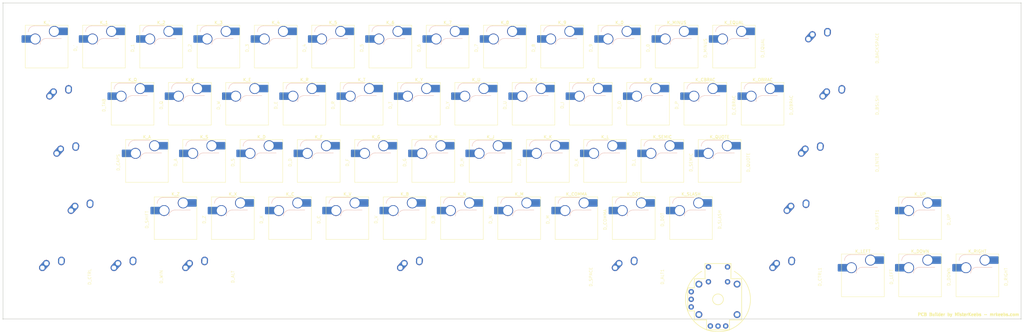
<source format=kicad_pcb>
(kicad_pcb (version 20221018) (generator pcbnew)
  (layers (0 "F.Cu" signal) (31 "B.Cu" signal) (34 "B.Paste" user) (35 "F.Paste" user) (36 "B.SilkS" user "B.Silkscreen") (37 "F.SilkS" user "F.Silkscreen") (38 "B.Mask" user) (39 "F.Mask" user) (44 "Edge.Cuts" user))
  (net 0 "")
  (net 1 "GND")
  (net 2 "VCC")
  (net 3 "/col0")
  (net 4 "/col1")
  (net 5 "/col2")
  (net 6 "/col3")
  (net 7 "/col4")
  (net 8 "/col5")
  (net 9 "/col6")
  (net 10 "/col7")
  (net 11 "/col8")
  (net 12 "/col9")
  (net 13 "/col10")
  (net 14 "/col11")
  (net 15 "/col12")
  (net 16 "/col13")
  (net 17 "/col14")
  (net 18 "/col15")
  (net 19 "/col16")
  (net 20 "Net-(D_`-Pad2)")
  (net 21 "Net-(D_1-Pad2)")
  (net 22 "Net-(D_2-Pad2)")
  (net 23 "Net-(D_3-Pad2)")
  (net 24 "Net-(D_4-Pad2)")
  (net 25 "Net-(D_5-Pad2)")
  (net 26 "Net-(D_6-Pad2)")
  (net 27 "Net-(D_7-Pad2)")
  (net 28 "Net-(D_8-Pad2)")
  (net 29 "Net-(D_9-Pad2)")
  (net 30 "Net-(D_0-Pad2)")
  (net 31 "Net-(D_MINUS-Pad2)")
  (net 32 "Net-(D_EQUAL-Pad2)")
  (net 33 "Net-(D_BACKSPACE-Pad2)")
  (net 34 "Net-(D_TAB-Pad2)")
  (net 35 "Net-(D_Q-Pad2)")
  (net 36 "Net-(D_W-Pad2)")
  (net 37 "Net-(D_E-Pad2)")
  (net 38 "Net-(D_R-Pad2)")
  (net 39 "Net-(D_T-Pad2)")
  (net 40 "Net-(D_Y-Pad2)")
  (net 41 "Net-(D_U-Pad2)")
  (net 42 "Net-(D_I-Pad2)")
  (net 43 "Net-(D_O-Pad2)")
  (net 44 "Net-(D_P-Pad2)")
  (net 45 "Net-(D_CBRAC-Pad2)")
  (net 46 "Net-(D_OBRAC-Pad2)")
  (net 47 "Net-(D_BSLSH-Pad2)")
  (net 48 "Net-(D_CAPS-Pad2)")
  (net 49 "Net-(D_A-Pad2)")
  (net 50 "Net-(D_S-Pad2)")
  (net 51 "Net-(D_D-Pad2)")
  (net 52 "Net-(D_F-Pad2)")
  (net 53 "Net-(D_G-Pad2)")
  (net 54 "Net-(D_H-Pad2)")
  (net 55 "Net-(D_J-Pad2)")
  (net 56 "Net-(D_K-Pad2)")
  (net 57 "Net-(D_L-Pad2)")
  (net 58 "Net-(D_SEMIC-Pad2)")
  (net 59 "Net-(D_QUOTE-Pad2)")
  (net 60 "Net-(D_ENTER-Pad2)")
  (net 61 "Net-(D_SHIFT-Pad2)")
  (net 62 "Net-(D_Z-Pad2)")
  (net 63 "Net-(D_X-Pad2)")
  (net 64 "Net-(D_C-Pad2)")
  (net 65 "Net-(D_V-Pad2)")
  (net 66 "Net-(D_B-Pad2)")
  (net 67 "Net-(D_N-Pad2)")
  (net 68 "Net-(D_M-Pad2)")
  (net 69 "Net-(D_COMMA-Pad2)")
  (net 70 "Net-(D_DOT-Pad2)")
  (net 71 "Net-(D_SLASH-Pad2)")
  (net 72 "Net-(D_SHIFT1-Pad2)")
  (net 73 "Net-(D_UP-Pad2)")
  (net 74 "Net-(D_CTRL-Pad2)")
  (net 75 "Net-(D_WIN-Pad2)")
  (net 76 "Net-(D_ALT-Pad2)")
  (net 77 "Net-(D_SPACE-Pad2)")
  (net 78 "Net-(D_ALT1-Pad2)")
  (net 79 "Net-(D_CTRL1-Pad2)")
  (net 80 "Net-(D_LEFT-Pad2)")
  (net 81 "Net-(D_DOWN-Pad2)")
  (net 82 "Net-(D_RIGHT-Pad2)")
  (footprint "MX_Alps_Hybrid:MX-1.25U-NoLED" (layer "F.Cu") (at 310.0871 238.130401)
    (fp_text reference "K_ALT1")
    (fp_text value "KEYSW")
    (pad "" np_thru_hole circle (at -5.08 0 48.0996) (size 1.75 1.75) (drill 1.75) (layers "*.Cu" "*.Mask"))
    (pad "" np_thru_hole circle (at 0 0) (size 3.9878 3.9878) (drill 3.9878) (layers "*.Cu" "*.Mask"))
    (pad "" np_thru_hole circle (at 5.08 0 48.0996) (size 1.75 1.75) (drill 1.75) (layers "*.Cu" "*.Mask"))
    (pad "1" thru_hole oval (at -3.81 -2.54 48.0996) (size 4.211556 2.25) (drill 1.47 (offset 0.980778 0)) (layers "*.Cu" "B.Mask") (net 13 "/col10"))
    (pad "1" thru_hole circle (at -2.5 -4) (size 2.25 2.25) (drill 1.47) (layers "*.Cu" "B.Mask") (net 13 "/col10"))
    (pad "2" thru_hole oval (at 2.5 -4.5 86.0548) (size 2.831378 2.25) (drill 1.47 (offset 0.290689 0)) (layers "*.Cu" "B.Mask") (net 78 "Net-(D_ALT1-Pad2)"))
    (pad "2" thru_hole circle (at 2.54 -5.08) (size 2.25 2.25) (drill 1.47) (layers "*.Cu" "B.Mask") (net 78 "Net-(D_ALT1-Pad2)"))
  )
  (footprint "Switch_Keyboard_Hotswap_Kailh:SW_Hotswap_Kailh_MX_Plated_1.00u" (layer "F.Cu") (at 198.16835 219.080401)
    (fp_text reference "K_C" (at 0 -8) (layer "F.SilkS"))
    (fp_text value "KEYSW")
    (pad "" np_thru_hole circle (at -5.08 0) (size 1.75 1.75) (drill 1.75) (layers "*.Cu" "*.Mask"))
    (pad "" np_thru_hole circle (at 0 0) (size 4 4) (drill 4) (layers "*.Cu" "*.Mask"))
    (pad "" np_thru_hole circle (at 5.08 0) (size 1.75 1.75) (drill 1.75) (layers "*.Cu" "*.Mask"))
    (pad "1" smd roundrect (at -6.585 -2.54) (size 3.55 2.5) (layers "B.Cu") (roundrect_rratio 0.1) (net 7 "/col4"))
    (pad "1" thru_hole circle (at -3.81 -2.54) (size 3.6 3.6) (drill 3.05) (layers "*.Cu" "*.Mask") (net 7 "/col4"))
    (pad "2" thru_hole circle (at 2.54 -5.08) (size 3.6 3.6) (drill 3.05) (layers "*.Cu" "*.Mask") (net 64 "Net-(D_C-Pad2)"))
    (pad "2" smd roundrect (at 5.32 -5.08) (size 3.55 2.5) (layers "B.Cu") (roundrect_rratio 0.1) (net 64 "Net-(D_C-Pad2)"))
  )
  (footprint "Switch_Keyboard_Hotswap_Kailh:SW_Hotswap_Kailh_MX_Plated_1.00u" (layer "F.Cu") (at 307.70585 161.930401)
    (fp_text reference "K_0" (at 0 -8) (layer "F.SilkS"))
    (fp_text value "KEYSW")
    (pad "" np_thru_hole circle (at -5.08 0) (size 1.75 1.75) (drill 1.75) (layers "*.Cu" "*.Mask"))
    (pad "" np_thru_hole circle (at 0 0) (size 4 4) (drill 4) (layers "*.Cu" "*.Mask"))
    (pad "" np_thru_hole circle (at 5.08 0) (size 1.75 1.75) (drill 1.75) (layers "*.Cu" "*.Mask"))
    (pad "1" smd roundrect (at -6.585 -2.54) (size 3.55 2.5) (layers "B.Cu") (roundrect_rratio 0.1) (net 13 "/col10"))
    (pad "1" thru_hole circle (at -3.81 -2.54) (size 3.6 3.6) (drill 3.05) (layers "*.Cu" "*.Mask") (net 13 "/col10"))
    (pad "2" thru_hole circle (at 2.54 -5.08) (size 3.6 3.6) (drill 3.05) (layers "*.Cu" "*.Mask") (net 30 "Net-(D_0-Pad2)"))
    (pad "2" smd roundrect (at 5.32 -5.08) (size 3.55 2.5) (layers "B.Cu") (roundrect_rratio 0.1) (net 30 "Net-(D_0-Pad2)"))
  )
  (footprint "Switch_Keyboard_Hotswap_Kailh:SW_Hotswap_Kailh_MX_Plated_1.00u" (layer "F.Cu") (at 231.50585 161.930401)
    (fp_text reference "K_6" (at 0 -8) (layer "F.SilkS"))
    (fp_text value "KEYSW")
    (pad "" np_thru_hole circle (at -5.08 0) (size 1.75 1.75) (drill 1.75) (layers "*.Cu" "*.Mask"))
    (pad "" np_thru_hole circle (at 0 0) (size 4 4) (drill 4) (layers "*.Cu" "*.Mask"))
    (pad "" np_thru_hole circle (at 5.08 0) (size 1.75 1.75) (drill 1.75) (layers "*.Cu" "*.Mask"))
    (pad "1" smd roundrect (at -6.585 -2.54) (size 3.55 2.5) (layers "B.Cu") (roundrect_rratio 0.1) (net 9 "/col6"))
    (pad "1" thru_hole circle (at -3.81 -2.54) (size 3.6 3.6) (drill 3.05) (layers "*.Cu" "*.Mask") (net 9 "/col6"))
    (pad "2" thru_hole circle (at 2.54 -5.08) (size 3.6 3.6) (drill 3.05) (layers "*.Cu" "*.Mask") (net 26 "Net-(D_6-Pad2)"))
    (pad "2" smd roundrect (at 5.32 -5.08) (size 3.55 2.5) (layers "B.Cu") (roundrect_rratio 0.1) (net 26 "Net-(D_6-Pad2)"))
  )
  (footprint "personal:nothing" (layer "F.Cu") (at 232.00585 181.480401 90)
    (fp_text reference "D_T" (at 0 -0.5 90 unlocked) (layer "F.SilkS") (effects (font (thickness 0.1))))
    (fp_text value "D")
  )
  (footprint "personal:nothing" (layer "F.Cu") (at 279.63085 162.430401 90)
    (fp_text reference "D_8" (at 0 -0.5 90 unlocked) (layer "F.SilkS") (effects (font (thickness 0.1))))
    (fp_text value "D")
  )
  (footprint "Switch_Keyboard_Hotswap_Kailh:SW_Hotswap_Kailh_MX_Plated_1.00u" (layer "F.Cu") (at 160.06835 219.080401)
    (fp_text reference "K_Z" (at 0 -8) (layer "F.SilkS"))
    (fp_text value "KEYSW")
    (pad "" np_thru_hole circle (at -5.08 0) (size 1.75 1.75) (drill 1.75) (layers "*.Cu" "*.Mask"))
    (pad "" np_thru_hole circle (at 0 0) (size 4 4) (drill 4) (layers "*.Cu" "*.Mask"))
    (pad "" np_thru_hole circle (at 5.08 0) (size 1.75 1.75) (drill 1.75) (layers "*.Cu" "*.Mask"))
    (pad "1" smd roundrect (at -6.585 -2.54) (size 3.55 2.5) (layers "B.Cu") (roundrect_rratio 0.1) (net 5 "/col2"))
    (pad "1" thru_hole circle (at -3.81 -2.54) (size 3.6 3.6) (drill 3.05) (layers "*.Cu" "*.Mask") (net 5 "/col2"))
    (pad "2" thru_hole circle (at 2.54 -5.08) (size 3.6 3.6) (drill 3.05) (layers "*.Cu" "*.Mask") (net 62 "Net-(D_Z-Pad2)"))
    (pad "2" smd roundrect (at 5.32 -5.08) (size 3.55 2.5) (layers "B.Cu") (roundrect_rratio 0.1) (net 62 "Net-(D_Z-Pad2)"))
  )
  (footprint "Switch_Keyboard_Hotswap_Kailh:SW_Hotswap_Kailh_MX_Plated_1.00u" (layer "F.Cu") (at 202.93085 180.980401)
    (fp_text reference "K_R" (at 0 -8) (layer "F.SilkS"))
    (fp_text value "KEYSW")
    (pad "" np_thru_hole circle (at -5.08 0) (size 1.75 1.75) (drill 1.75) (layers "*.Cu" "*.Mask"))
    (pad "" np_thru_hole circle (at 0 0) (size 4 4) (drill 4) (layers "*.Cu" "*.Mask"))
    (pad "" np_thru_hole circle (at 5.08 0) (size 1.75 1.75) (drill 1.75) (layers "*.Cu" "*.Mask"))
    (pad "1" smd roundrect (at -6.585 -2.54) (size 3.55 2.5) (layers "B.Cu") (roundrect_rratio 0.1) (net 8 "/col5"))
    (pad "1" thru_hole circle (at -3.81 -2.54) (size 3.6 3.6) (drill 3.05) (layers "*.Cu" "*.Mask") (net 8 "/col5"))
    (pad "2" thru_hole circle (at 2.54 -5.08) (size 3.6 3.6) (drill 3.05) (layers "*.Cu" "*.Mask") (net 38 "Net-(D_R-Pad2)"))
    (pad "2" smd roundrect (at 5.32 -5.08) (size 3.55 2.5) (layers "B.Cu") (roundrect_rratio 0.1) (net 38 "Net-(D_R-Pad2)"))
  )
  (footprint "personal:nothing" (layer "F.Cu") (at 365.35585 181.480401 90)
    (fp_text reference "D_OBRAC" (at 0 -0.5 90 unlocked) (layer "F.SilkS") (effects (font (thickness 0.1))))
    (fp_text value "D")
  )
  (footprint "MX_Alps_Hybrid:MX-1.75U-NoLED" (layer "F.Cu") (at 124.3496 200.030401)
    (fp_text reference "K_CAPS")
    (fp_text value "KEYSW")
    (pad "" np_thru_hole circle (at -5.08 0 48.0996) (size 1.75 1.75) (drill 1.75) (layers "*.Cu" "*.Mask"))
    (pad "" np_thru_hole circle (at 0 0) (size 3.9878 3.9878) (drill 3.9878) (layers "*.Cu" "*.Mask"))
    (pad "" np_thru_hole circle (at 5.08 0 48.0996) (size 1.75 1.75) (drill 1.75) (layers "*.Cu" "*.Mask"))
    (pad "1" thru_hole oval (at -3.81 -2.54 48.0996) (size 4.211556 2.25) (drill 1.47 (offset 0.980778 0)) (layers "*.Cu" "B.Mask") (net 3 "/col0"))
    (pad "1" thru_hole circle (at -2.5 -4) (size 2.25 2.25) (drill 1.47) (layers "*.Cu" "B.Mask") (net 3 "/col0"))
    (pad "2" thru_hole oval (at 2.5 -4.5 86.0548) (size 2.831378 2.25) (drill 1.47 (offset 0.290689 0)) (layers "*.Cu" "B.Mask") (net 48 "Net-(D_CAPS-Pad2)"))
    (pad "2" thru_hole circle (at 2.54 -5.08) (size 2.25 2.25) (drill 1.47) (layers "*.Cu" "B.Mask") (net 48 "Net-(D_CAPS-Pad2)"))
  )
  (footprint "MX_Alps_Hybrid:MX-2.75U-NoLED" (layer "F.Cu") (at 367.2371 219.080401)
    (fp_text reference "K_SHIFT1")
    (fp_text value "KEYSW")
    (pad "" np_thru_hole circle (at -11.938 -6.985) (size 3.048 3.048) (drill 3.048) (layers "*.Cu" "*.Mask"))
    (pad "" np_thru_hole circle (at -11.938 8.255) (size 3.9878 3.9878) (drill 3.9878) (layers "*.Cu" "*.Mask"))
    (pad "" np_thru_hole circle (at -5.08 0 48.0996) (size 1.75 1.75) (drill 1.75) (layers "*.Cu" "*.Mask"))
    (pad "" np_thru_hole circle (at 0 0) (size 3.9878 3.9878) (drill 3.9878) (layers "*.Cu" "*.Mask"))
    (pad "" np_thru_hole circle (at 5.08 0 48.0996) (size 1.75 1.75) (drill 1.75) (layers "*.Cu" "*.Mask"))
    (pad "" np_thru_hole circle (at 11.938 -6.985) (size 3.048 3.048) (drill 3.048) (layers "*.Cu" "*.Mask"))
    (pad "" np_thru_hole circle (at 11.938 8.255) (size 3.9878 3.9878) (drill 3.9878) (layers "*.Cu" "*.Mask"))
    (pad "1" thru_hole oval (at -3.81 -2.54 48.0996) (size 4.211556 2.25) (drill 1.47 (offset 0.980778 0)) (layers "*.Cu" "B.Mask") (net 16 "/col13"))
    (pad "1" thru_hole circle (at -2.5 -4) (size 2.25 2.25) (drill 1.47) (layers "*.Cu" "B.Mask") (net 16 "/col13"))
    (pad "2" thru_hole oval (at 2.5 -4.5 86.0548) (size 2.831378 2.25) (drill 1.47 (offset 0.290689 0)) (layers "*.Cu" "B.Mask") (net 72 "Net-(D_SHIFT1-Pad2)"))
    (pad "2" thru_hole circle (at 2.54 -5.08) (size 2.25 2.25) (drill 1.47) (layers "*.Cu" "B.Mask") (net 72 "Net-(D_SHIFT1-Pad2)"))
  )
  (footprint "Switch_Keyboard_Hotswap_Kailh:SW_Hotswap_Kailh_MX_Plated_1.00u" (layer "F.Cu") (at 236.26835 219.080401)
    (fp_text reference "K_B" (at 0 -8) (layer "F.SilkS"))
    (fp_text value "KEYSW")
    (pad "" np_thru_hole circle (at -5.08 0) (size 1.75 1.75) (drill 1.75) (layers "*.Cu" "*.Mask"))
    (pad "" np_thru_hole circle (at 0 0) (size 4 4) (drill 4) (layers "*.Cu" "*.Mask"))
    (pad "" np_thru_hole circle (at 5.08 0) (size 1.75 1.75) (drill 1.75) (layers "*.Cu" "*.Mask"))
    (pad "1" smd roundrect (at -6.585 -2.54) (size 3.55 2.5) (layers "B.Cu") (roundrect_rratio 0.1) (net 9 "/col6"))
    (pad "1" thru_hole circle (at -3.81 -2.54) (size 3.6 3.6) (drill 3.05) (layers "*.Cu" "*.Mask") (net 9 "/col6"))
    (pad "2" thru_hole circle (at 2.54 -5.08) (size 3.6 3.6) (drill 3.05) (layers "*.Cu" "*.Mask") (net 66 "Net-(D_B-Pad2)"))
    (pad "2" smd roundrect (at 5.32 -5.08) (size 3.55 2.5) (layers "B.Cu") (roundrect_rratio 0.1) (net 66 "Net-(D_B-Pad2)"))
  )
  (footprint "Switch_Keyboard_Hotswap_Kailh:SW_Hotswap_Kailh_MX_Plated_1.00u" (layer "F.Cu") (at 150.54335 200.030401)
    (fp_text reference "K_A" (at 0 -8) (layer "F.SilkS"))
    (fp_text value "KEYSW")
    (pad "" np_thru_hole circle (at -5.08 0) (size 1.75 1.75) (drill 1.75) (layers "*.Cu" "*.Mask"))
    (pad "" np_thru_hole circle (at 0 0) (size 4 4) (drill 4) (layers "*.Cu" "*.Mask"))
    (pad "" np_thru_hole circle (at 5.08 0) (size 1.75 1.75) (drill 1.75) (layers "*.Cu" "*.Mask"))
    (pad "1" smd roundrect (at -6.585 -2.54) (size 3.55 2.5) (layers "B.Cu") (roundrect_rratio 0.1) (net 5 "/col2"))
    (pad "1" thru_hole circle (at -3.81 -2.54) (size 3.6 3.6) (drill 3.05) (layers "*.Cu" "*.Mask") (net 5 "/col2"))
    (pad "2" thru_hole circle (at 2.54 -5.08) (size 3.6 3.6) (drill 3.05) (layers "*.Cu" "*.Mask") (net 49 "Net-(D_A-Pad2)"))
    (pad "2" smd roundrect (at 5.32 -5.08) (size 3.55 2.5) (layers "B.Cu") (roundrect_rratio 0.1) (net 49 "Net-(D_A-Pad2)"))
  )
  (footprint "Switch_Keyboard_Hotswap_Kailh:SW_Hotswap_Kailh_MX_Plated_1.00u" (layer "F.Cu") (at 283.89335 200.030401)
    (fp_text reference "K_K" (at 0 -8) (layer "F.SilkS"))
    (fp_text value "KEYSW")
    (pad "" np_thru_hole circle (at -5.08 0) (size 1.75 1.75) (drill 1.75) (layers "*.Cu" "*.Mask"))
    (pad "" np_thru_hole circle (at 0 0) (size 4 4) (drill 4) (layers "*.Cu" "*.Mask"))
    (pad "" np_thru_hole circle (at 5.08 0) (size 1.75 1.75) (drill 1.75) (layers "*.Cu" "*.Mask"))
    (pad "1" smd roundrect (at -6.585 -2.54) (size 3.55 2.5) (layers "B.Cu") (roundrect_rratio 0.1) (net 12 "/col9"))
    (pad "1" thru_hole circle (at -3.81 -2.54) (size 3.6 3.6) (drill 3.05) (layers "*.Cu" "*.Mask") (net 12 "/col9"))
    (pad "2" thru_hole circle (at 2.54 -5.08) (size 3.6 3.6) (drill 3.05) (layers "*.Cu" "*.Mask") (net 56 "Net-(D_K-Pad2)"))
    (pad "2" smd roundrect (at 5.32 -5.08) (size 3.55 2.5) (layers "B.Cu") (roundrect_rratio 0.1) (net 56 "Net-(D_K-Pad2)"))
  )
  (footprint "personal:nothing" (layer "F.Cu") (at 417.74335 219.580401 90)
    (fp_text reference "D_UP" (at 0 -0.5 90 unlocked) (layer "F.SilkS") (effects (font (thickness 0.1))))
    (fp_text value "D")
  )
  (footprint "Switch_Keyboard_Hotswap_Kailh:SW_Hotswap_Kailh_MX_Plated_1.00u" (layer "F.Cu") (at 279.13085 180.980401)
    (fp_text reference "K_I" (at 0 -8) (layer "F.SilkS"))
    (fp_text value "KEYSW")
    (pad "" np_thru_hole circle (at -5.08 0) (size 1.75 1.75) (drill 1.75) (layers "*.Cu" "*.Mask"))
    (pad "" np_thru_hole circle (at 0 0) (size 4 4) (drill 4) (layers "*.Cu" "*.Mask"))
    (pad "" np_thru_hole circle (at 5.08 0) (size 1.75 1.75) (drill 1.75) (layers "*.Cu" "*.Mask"))
    (pad "1" smd roundrect (at -6.585 -2.54) (size 3.55 2.5) (layers "B.Cu") (roundrect_rratio 0.1) (net 12 "/col9"))
    (pad "1" thru_hole circle (at -3.81 -2.54) (size 3.6 3.6) (drill 3.05) (layers "*.Cu" "*.Mask") (net 12 "/col9"))
    (pad "2" thru_hole circle (at 2.54 -5.08) (size 3.6 3.6) (drill 3.05) (layers "*.Cu" "*.Mask") (net 42 "Net-(D_I-Pad2)"))
    (pad "2" smd roundrect (at 5.32 -5.08) (size 3.55 2.5) (layers "B.Cu") (roundrect_rratio 0.1) (net 42 "Net-(D_I-Pad2)"))
  )
  (footprint "Switch_Keyboard_Hotswap_Kailh:SW_Hotswap_Kailh_MX_Plated_1.00u" (layer "F.Cu") (at 226.74335 200.030401)
    (fp_text reference "K_G" (at 0 -8) (layer "F.SilkS"))
    (fp_text value "KEYSW")
    (pad "" np_thru_hole circle (at -5.08 0) (size 1.75 1.75) (drill 1.75) (layers "*.Cu" "*.Mask"))
    (pad "" np_thru_hole circle (at 0 0) (size 4 4) (drill 4) (layers "*.Cu" "*.Mask"))
    (pad "" np_thru_hole circle (at 5.08 0) (size 1.75 1.75) (drill 1.75) (layers "*.Cu" "*.Mask"))
    (pad "1" smd roundrect (at -6.585 -2.54) (size 3.55 2.5) (layers "B.Cu") (roundrect_rratio 0.1) (net 9 "/col6"))
    (pad "1" thru_hole circle (at -3.81 -2.54) (size 3.6 3.6) (drill 3.05) (layers "*.Cu" "*.Mask") (net 9 "/col6"))
    (pad "2" thru_hole circle (at 2.54 -5.08) (size 3.6 3.6) (drill 3.05) (layers "*.Cu" "*.Mask") (net 53 "Net-(D_G-Pad2)"))
    (pad "2" smd roundrect (at 5.32 -5.08) (size 3.55 2.5) (layers "B.Cu") (roundrect_rratio 0.1) (net 53 "Net-(D_G-Pad2)"))
  )
  (footprint "MX_Alps_Hybrid:MX-2.25U-NoLED" (layer "F.Cu") (at 371.9996 200.030401)
    (fp_text reference "K_ENTER")
    (fp_text value "KEYSW")
    (pad "" np_thru_hole circle (at -11.938 -6.985) (size 3.048 3.048) (drill 3.048) (layers "*.Cu" "*.Mask"))
    (pad "" np_thru_hole circle (at -11.938 8.255) (size 3.9878 3.9878) (drill 3.9878) (layers "*.Cu" "*.Mask"))
    (pad "" np_thru_hole circle (at -5.08 0 48.0996) (size 1.75 1.75) (drill 1.75) (layers "*.Cu" "*.Mask"))
    (pad "" np_thru_hole circle (at 0 0) (size 3.9878 3.9878) (drill 3.9878) (layers "*.Cu" "*.Mask"))
    (pad "" np_thru_hole circle (at 5.08 0 48.0996) (size 1.75 1.75) (drill 1.75) (layers "*.Cu" "*.Mask"))
    (pad "" np_thru_hole circle (at 11.938 -6.985) (size 3.048 3.048) (drill 3.048) (layers "*.Cu" "*.Mask"))
    (pad "" np_thru_hole circle (at 11.938 8.255) (size 3.9878 3.9878) (drill 3.9878) (layers "*.Cu" "*.Mask"))
    (pad "1" thru_hole oval (at -3.81 -2.54 48.0996) (size 4.211556 2.25) (drill 1.47 (offset 0.980778 0)) (layers "*.Cu" "B.Mask") (net 16 "/col13"))
    (pad "1" thru_hole circle (at -2.5 -4) (size 2.25 2.25) (drill 1.47) (layers "*.Cu" "B.Mask") (net 16 "/col13"))
    (pad "2" thru_hole oval (at 2.5 -4.5 86.0548) (size 2.831378 2.25) (drill 1.47 (offset 0.290689 0)) (layers "*.Cu" "B.Mask") (net 60 "Net-(D_ENTER-Pad2)"))
    (pad "2" thru_hole circle (at 2.54 -5.08) (size 2.25 2.25) (drill 1.47) (layers "*.Cu" "B.Mask") (net 60 "Net-(D_ENTER-Pad2)"))
  )
  (footprint "personal:nothing" (layer "F.Cu") (at 146.28085 162.430401 90)
    (fp_text reference "D_1" (at 0 -0.5 90 unlocked) (layer "F.SilkS") (effects (font (thickness 0.1))))
    (fp_text value "D")
  )
  (footprint "Switch_Keyboard_Hotswap_Kailh:SW_Hotswap_Kailh_MX_Plated_1.00u" (layer "F.Cu") (at 321.99335 200.030401)
    (fp_text reference "K_SEMIC" (at 0 -8) (layer "F.SilkS"))
    (fp_text value "KEYSW")
    (pad "" np_thru_hole circle (at -5.08 0) (size 1.75 1.75) (drill 1.75) (layers "*.Cu" "*.Mask"))
    (pad "" np_thru_hole circle (at 0 0) (size 4 4) (drill 4) (layers "*.Cu" "*.Mask"))
    (pad "" np_thru_hole circle (at 5.08 0) (size 1.75 1.75) (drill 1.75) (layers "*.Cu" "*.Mask"))
    (pad "1" smd roundrect (at -6.585 -2.54) (size 3.55 2.5) (layers "B.Cu") (roundrect_rratio 0.1) (net 14 "/col11"))
    (pad "1" thru_hole circle (at -3.81 -2.54) (size 3.6 3.6) (drill 3.05) (layers "*.Cu" "*.Mask") (net 14 "/col11"))
    (pad "2" thru_hole circle (at 2.54 -5.08) (size 3.6 3.6) (drill 3.05) (layers "*.Cu" "*.Mask") (net 58 "Net-(D_SEMIC-Pad2)"))
    (pad "2" smd roundrect (at 5.32 -5.08) (size 3.55 2.5) (layers "B.Cu") (roundrect_rratio 0.1) (net 58 "Net-(D_SEMIC-Pad2)"))
  )
  (footprint "personal:nothing" (layer "F.Cu") (at 198.66835 200.530401 90)
    (fp_text reference "D_D" (at 0 -0.5 90 unlocked) (layer "F.SilkS") (effects (font (thickness 0.1))))
    (fp_text value "D")
  )
  (footprint "personal:nothing" (layer "F.Cu") (at 417.74335 238.630401 90)
    (fp_text reference "D_DOWN" (at 0 -0.5 90 unlocked) (layer "F.SilkS") (effects (font (thickness 0.1))))
    (fp_text value "D")
  )
  (footprint "Switch_Keyboard_Hotswap_Kailh:SW_Hotswap_Kailh_MX_Plated_1.00u" (layer "F.Cu") (at 388.66835 238.130401)
    (fp_text reference "K_LEFT" (at 0 -8) (layer "F.SilkS"))
    (fp_text value "KEYSW")
    (pad "" np_thru_hole circle (at -5.08 0) (size 1.75 1.75) (drill 1.75) (layers "*.Cu" "*.Mask"))
    (pad "" np_thru_hole circle (at 0 0) (size 4 4) (drill 4) (layers "*.Cu" "*.Mask"))
    (pad "" np_thru_hole circle (at 5.08 0) (size 1.75 1.75) (drill 1.75) (layers "*.Cu" "*.Mask"))
    (pad "1" smd roundrect (at -6.585 -2.54) (size 3.55 2.5) (layers "B.Cu") (roundrect_rratio 0.1) (net 17 "/col14"))
    (pad "1" thru_hole circle (at -3.81 -2.54) (size 3.6 3.6) (drill 3.05) (layers "*.Cu" "*.Mask") (net 17 "/col14"))
    (pad "2" thru_hole circle (at 2.54 -5.08) (size 3.6 3.6) (drill 3.05) (layers "*.Cu" "*.Mask") (net 80 "Net-(D_LEFT-Pad2)"))
    (pad "2" smd roundrect (at 5.32 -5.08) (size 3.55 2.5) (layers "B.Cu") (roundrect_rratio 0.1) (net 80 "Net-(D_LEFT-Pad2)"))
  )
  (footprint "personal:nothing" (layer "F.Cu") (at 284.39335 219.580401 90)
    (fp_text reference "D_M" (at 0 -0.5 90 unlocked) (layer "F.SilkS") (effects (font (thickness 0.1))))
    (fp_text value "D")
  )
  (footprint "personal:nothing" (layer "F.Cu") (at 393.93085 200.530401 90)
    (fp_text reference "D_ENTER" (at 0 -0.5 90 unlocked) (layer "F.SilkS") (effects (font (thickness 0.1))))
    (fp_text value "D")
  )
  (footprint "personal:nothing" (layer "F.Cu") (at 165.33085 162.430401 90)
    (fp_text reference "D_2" (at 0 -0.5 90 unlocked) (layer "F.SilkS") (effects (font (thickness 0.1))))
    (fp_text value "D")
  )
  (footprint "personal:nothing" (layer "F.Cu") (at 127.23085 162.430401 90)
    (fp_text reference "D_`" (at 0 -0.5 90 unlocked) (layer "F.SilkS") (effects (font (thickness 0.1))))
    (fp_text value "D")
  )
  (footprint "personal:nothing" (layer "F.Cu") (at 393.93085 219.580401 90)
    (fp_text reference "D_SHIFT1" (at 0 -0.5 90 unlocked) (layer "F.SilkS") (effects (font (thickness 0.1))))
    (fp_text value "D")
  )
  (footprint "personal:nothing" (layer "F.Cu") (at 151.04335 219.580401 90)
    (fp_text reference "D_SHIFT" (at 0 -0.5 90 unlocked) (layer "F.SilkS") (effects (font (thickness 0.1))))
    (fp_text value "D")
  )
  (footprint "personal:nothing" (layer "F.Cu") (at 208.19335 219.580401 90)
    (fp_text reference "D_C" (at 0 -0.5 90 unlocked) (layer "F.SilkS") (effects (font (thickness 0.1))))
    (fp_text value "D")
  )
  (footprint "personal:nothing" (layer "F.Cu") (at 227.24335 219.580401 90)
    (fp_text reference "D_V" (at 0 -0.5 90 unlocked) (layer "F.SilkS") (effects (font (thickness 0.1))))
    (fp_text value "D")
  )
  (footprint "personal:nothing" (layer "F.Cu") (at 251.05585 181.480401 90)
    (fp_text reference "D_Y" (at 0 -0.5 90 unlocked) (layer "F.SilkS") (effects (font (thickness 0.1))))
    (fp_text value "D")
  )
  (footprint "personal:nothing" (layer "F.Cu") (at 212.95585 181.480401 90)
    (fp_text reference "D_R" (at 0 -0.5 90 unlocked) (layer "F.SilkS") (effects (font (thickness 0.1))))
    (fp_text value "D")
  )
  (footprint "personal:nothing" (layer "F.Cu") (at 274.86835 200.530401 90)
    (fp_text reference "D_J" (at 0 -0.5 90 unlocked) (layer "F.SilkS") (effects (font (thickness 0.1))))
    (fp_text value "D")
  )
  (footprint "Switch_Keyboard_Hotswap_Kailh:SW_Hotswap_Kailh_MX_Plated_1.00u" (layer "F.Cu") (at 302.94335 200.030401)
    (fp_text reference "K_L" (at 0 -8) (layer "F.SilkS"))
    (fp_text value "KEYSW")
    (pad "" np_thru_hole circle (at -5.08 0) (size 1.75 1.75) (drill 1.75) (layers "*.Cu" "*.Mask"))
    (pad "" np_thru_hole circle (at 0 0) (size 4 4) (drill 4) (layers "*.Cu" "*.Mask"))
    (pad "" np_thru_hole circle (at 5.08 0) (size 1.75 1.75) (drill 1.75) (layers "*.Cu" "*.Mask"))
    (pad "1" smd roundrect (at -6.585 -2.54) (size 3.55 2.5) (layers "B.Cu") (roundrect_rratio 0.1) (net 13 "/col10"))
    (pad "1" thru_hole circle (at -3.81 -2.54) (size 3.6 3.6) (drill 3.05) (layers "*.Cu" "*.Mask") (net 13 "/col10"))
    (pad "2" thru_hole circle (at 2.54 -5.08) (size 3.6 3.6) (drill 3.05) (layers "*.Cu" "*.Mask") (net 57 "Net-(D_L-Pad2)"))
    (pad "2" smd roundrect (at 5.32 -5.08) (size 3.55 2.5) (layers "B.Cu") (roundrect_rratio 0.1) (net 57 "Net-(D_L-Pad2)"))
  )
  (footprint "personal:nothing" (layer "F.Cu") (at 322.49335 238.630401 90)
    (fp_text reference "D_ALT1" (at 0 -0.5 90 unlocked) (layer "F.SilkS") (effects (font (thickness 0.1))))
    (fp_text value "D")
  )
  (footprint "personal:nothing" (layer "F.Cu") (at 346.30585 181.480401 90)
    (fp_text reference "D_CBRAC" (at 0 -0.5 90 unlocked) (layer "F.SilkS") (effects (font (thickness 0.1))))
    (fp_text value "D")
  )
  (footprint "Switch_Keyboard_Hotswap_Kailh:SW_Hotswap_Kailh_MX_Plated_1.00u" (layer "F.Cu") (at 174.35585 161.930401)
    (fp_text reference "K_3" (at 0 -8) (layer "F.SilkS"))
    (fp_text value "KEYSW")
    (pad "" np_thru_hole circle (at -5.08 0) (size 1.75 1.75) (drill 1.75) (layers "*.Cu" "*.Mask"))
    (pad "" np_thru_hole circle (at 0 0) (size 4 4) (drill 4) (layers "*.Cu" "*.Mask"))
    (pad "" np_thru_hole circle (at 5.08 0) (size 1.75 1.75) (drill 1.75) (layers "*.Cu" "*.Mask"))
    (pad "1" smd roundrect (at -6.585 -2.54) (size 3.55 2.5) (layers "B.Cu") (roundrect_rratio 0.1) (net 6 "/col3"))
    (pad "1" thru_hole circle (at -3.81 -2.54) (size 3.6 3.6) (drill 3.05) (layers "*.Cu" "*.Mask") (net 6 "/col3"))
    (pad "2" thru_hole circle (at 2.54 -5.08) (size 3.6 3.6) (drill 3.05) (layers "*.Cu" "*.Mask") (net 23 "Net-(D_3-Pad2)"))
    (pad "2" smd roundrect (at 5.32 -5.08) (size 3.55 2.5) (layers "B.Cu") (roundrect_rratio 0.1) (net 23 "Net-(D_3-Pad2)"))
  )
  (footprint "MX_Alps_Hybrid:MX-1.25U-NoLED" (layer "F.Cu") (at 143.3996 238.130401)
    (fp_text reference "K_WIN")
    (fp_text value "KEYSW")
    (pad "" np_thru_hole circle (at -5.08 0 48.0996) (size 1.75 1.75) (drill 1.75) (layers "*.Cu" "*.Mask"))
    (pad "" np_thru_hole circle (at 0 0) (size 3.9878 3.9878) (drill 3.9878) (layers "*.Cu" "*.Mask"))
    (pad "" np_thru_hole circle (at 5.08 0 48.0996) (size 1.75 1.75) (drill 1.75) (layers "*.Cu" "*.Mask"))
    (pad "1" thru_hole oval (at -3.81 -2.54 48.0996) (size 4.211556 2.25) (drill 1.47 (offset 0.980778 0)) (layers "*.Cu" "B.Mask") (net 4 "/col1"))
    (pad "1" thru_hole circle (at -2.5 -4) (size 2.25 2.25) (drill 1.47) (layers "*.Cu" "B.Mask") (net 4 "/col1"))
    (pad "2" thru_hole oval (at 2.5 -4.5 86.0548) (size 2.831378 2.25) (drill 1.47 (offset 0.290689 0)) (layers "*.Cu" "B.Mask") (net 75 "Net-(D_WIN-Pad2)"))
    (pad "2" thru_hole circle (at 2.54 -5.08) (size 2.25 2.25) (drill 1.47) (layers "*.Cu" "B.Mask") (net 75 "Net-(D_WIN-Pad2)"))
  )
  (footprint "Switch_Keyboard_Hotswap_Kailh:SW_Hotswap_Kailh_MX_Plated_1.00u" (layer "F.Cu") (at 274.36835 219.080401)
    (fp_text reference "K_M" (at 0 -8) (layer "F.SilkS"))
    (fp_text value "KEYSW")
    (pad "" np_thru_hole circle (at -5.08 0) (size 1.75 1.75) (drill 1.75) (layers "*.Cu" "*.Mask"))
    (pad "" np_thru_hole circle (at 0 0) (size 4 4) (drill 4) (layers "*.Cu" "*.Mask"))
    (pad "" np_thru_hole circle (at 5.08 0) (size 1.75 1.75) (drill 1.75) (layers "*.Cu" "*.Mask"))
    (pad "1" smd roundrect (at -6.585 -2.54) (size 3.55 2.5) (layers "B.Cu") (roundrect_rratio 0.1) (net 11 "/col8"))
    (pad "1" thru_hole circle (at -3.81 -2.54) (size 3.6 3.6) (drill 3.05) (layers "*.Cu" "*.Mask") (net 11 "/col8"))
    (pad "2" thru_hole circle (at 2.54 -5.08) (size 3.6 3.6) (drill 3.05) (layers "*.Cu" "*.Mask") (net 68 "Net-(D_M-Pad2)"))
    (pad "2" smd roundrect (at 5.32 -5.08) (size 3.55 2.5) (layers "B.Cu") (roundrect_rratio 0.1) (net 68 "Net-(D_M-Pad2)"))
  )
  (footprint "personal:nothing" (layer "F.Cu") (at 189.14335 219.580401 90)
    (fp_text reference "D_X" (at 0 -0.5 90 unlocked) (layer "F.SilkS") (effects (font (thickness 0.1))))
    (fp_text value "D")
  )
  (footprint "personal:nothing" (layer "F.Cu") (at 351.06835 200.530401 90)
    (fp_text reference "D_QUOTE" (at 0 -0.5 90 unlocked) (layer "F.SilkS") (effects (font (thickness 0.1))))
    (fp_text value "D")
  )
  (footprint "personal:nothing" (layer "F.Cu") (at 155.80585 238.630401 90)
    (fp_text reference "D_WIN" (at 0 -0.5 90 unlocked) (layer "F.SilkS") (effects (font (thickness 0.1))))
    (fp_text value "D")
  )
  (footprint "Switch_Keyboard_Hotswap_Kailh:SW_Hotswap_Kailh_MX_Plated_1.00u" (layer "F.Cu") (at 136.25585 161.930401)
    (fp_text reference "K_1" (at 0 -8) (layer "F.SilkS"))
    (fp_text value "KEYSW")
    (pad "" np_thru_hole circle (at -5.08 0) (size 1.75 1.75) (drill 1.75) (layers "*.Cu" "*.Mask"))
    (pad "" np_thru_hole circle (at 0 0) (size 4 4) (drill 4) (layers "*.Cu" "*.Mask"))
    (pad "" np_thru_hole circle (at 5.08 0) (size 1.75 1.75) (drill 1.75) (layers "*.Cu" "*.Mask"))
    (pad "1" smd roundrect (at -6.585 -2.54) (size 3.55 2.5) (layers "B.Cu") (roundrect_rratio 0.1) (net 4 "/col1"))
    (pad "1" thru_hole circle (at -3.81 -2.54) (size 3.6 3.6) (drill 3.05) (layers "*.Cu" "*.Mask") (net 4 "/col1"))
    (pad "2" thru_hole circle (at 2.54 -5.08) (size 3.6 3.6) (drill 3.05) (layers "*.Cu" "*.Mask") (net 21 "Net-(D_1-Pad2)"))
    (pad "2" smd roundrect (at 5.32 -5.08) (size 3.55 2.5) (layers "B.Cu") (roundrect_rratio 0.1) (net 21 "Net-(D_1-Pad2)"))
  )
  (footprint "Switch_Keyboard_Hotswap_Kailh:SW_Hotswap_Kailh_MX_Plated_1.00u" (layer "F.Cu") (at 312.46835 219.080401)
    (fp_text reference "K_DOT" (at 0 -8) (layer "F.SilkS"))
    (fp_text value "KEYSW")
    (pad "" np_thru_hole circle (at -5.08 0) (size 1.75 1.75) (drill 1.75) (layers "*.Cu" "*.Mask"))
    (pad "" np_thru_hole circle (at 0 0) (size 4 4) (drill 4) (layers "*.Cu" "*.Mask"))
    (pad "" np_thru_hole circle (at 5.08 0) (size 1.75 1.75) (drill 1.75) (layers "*.Cu" "*.Mask"))
    (pad "1" smd roundrect (at -6.585 -2.54) (size 3.55 2.5) (layers "B.Cu") (roundrect_rratio 0.1) (net 13 "/col10"))
    (pad "1" thru_hole circle (at -3.81 -2.54) (size 3.6 3.6) (drill 3.05) (layers "*.Cu" "*.Mask") (net 13 "/col10"))
    (pad "2" thru_hole circle (at 2.54 -5.08) (size 3.6 3.6) (drill 3.05) (layers "*.Cu" "*.Mask") (net 70 "Net-(D_DOT-Pad2)"))
    (pad "2" smd roundrect (at 5.32 -5.08) (size 3.55 2.5) (layers "B.Cu") (roundrect_rratio 0.1) (net 70 "Net-(D_DOT-Pad2)"))
  )
  (footprint "personal:nothing" (layer "F.Cu") (at 398.69335 238.630401 90)
    (fp_text reference "D_LEFT" (at 0 -0.5 90 unlocked) (layer "F.SilkS") (effects (font (thickness 0.1))))
    (fp_text value "D")
  )
  (footprint "Switch_Keyboard_Hotswap_Kailh:SW_Hotswap_Kailh_MX_Plated_1.00u" (layer "F.Cu") (at 260.08085 180.980401)
    (fp_text reference "K_U" (at 0 -8) (layer "F.SilkS"))
    (fp_text value "KEYSW")
    (pad "" np_thru_hole circle (at -5.08 0) (size 1.75 1.75) (drill 1.75) (layers "*.Cu" "*.Mask"))
    (pad "" np_thru_hole circle (at 0 0) (size 4 4) (drill 4) (layers "*.Cu" "*.Mask"))
    (pad "" np_thru_hole circle (at 5.08 0) (size 1.75 1.75) (drill 1.75) (layers "*.Cu" "*.Mask"))
    (pad "1" smd roundrect (at -6.585 -2.54) (size 3.55 2.5) (layers "B.Cu") (roundrect_rratio 0.1) (net 11 "/col8"))
    (pad "1" thru_hole circle (at -3.81 -2.54) (size 3.6 3.6) (drill 3.05) (layers "*.Cu" "*.Mask") (net 11 "/col8"))
    (pad "2" thru_hole circle (at 2.54 -5.08) (size 3.6 3.6) (drill 3.05) (layers "*.Cu" "*.Mask") (net 41 "Net-(D_U-Pad2)"))
    (pad "2" smd roundrect (at 5.32 -5.08) (size 3.55 2.5) (layers "B.Cu") (roundrect_rratio 0.1) (net 41 "Net-(D_U-Pad2)"))
  )
  (footprint "Switch_Keyboard_Hotswap_Kailh:SW_Hotswap_Kailh_MX_Plated_1.00u" (layer "F.Cu") (at 331.51835 219.080401)
    (fp_text reference "K_SLASH" (at 0 -8) (layer "F.SilkS"))
    (fp_text value "KEYSW")
    (pad "" np_thru_hole circle (at -5.08 0) (size 1.75 1.75) (drill 1.75) (layers "*.Cu" "*.Mask"))
    (pad "" np_thru_hole circle (at 0 0) (size 4 4) (drill 4) (layers "*.Cu" "*.Mask"))
    (pad "" np_thru_hole circle (at 5.08 0) (size 1.75 1.75) (drill 1.75) (layers "*.Cu" "*.Mask"))
    (pad "1" smd roundrect (at -6.585 -2.54) (size 3.55 2.5) (layers "B.Cu") (roundrect_rratio 0.1) (net 14 "/col11"))
    (pad "1" thru_hole circle (at -3.81 -2.54) (size 3.6 3.6) (drill 3.05) (layers "*.Cu" "*.Mask") (net 14 "/col11"))
    (pad "2" thru_hole circle (at 2.54 -5.08) (size 3.6 3.6) (drill 3.05) (layers "*.Cu" "*.Mask") (net 71 "Net-(D_SLASH-Pad2)"))
    (pad "2" smd roundrect (at 5.32 -5.08) (size 3.55 2.5) (layers "B.Cu") (roundrect_rratio 0.1) (net 71 "Net-(D_SLASH-Pad2)"))
  )
  (footprint "Switch_Keyboard_Hotswap_Kailh:SW_Hotswap_Kailh_MX_Plated_1.00u" (layer "F.Cu") (at 336.28085 180.980401)
    (fp_text reference "K_CBRAC" (at 0 -8) (layer "F.SilkS"))
    (fp_text value "KEYSW")
    (pad "" np_thru_hole circle (at -5.08 0) (size 1.75 1.75) (drill 1.75) (layers "*.Cu" "*.Mask"))
    (pad "" np_thru_hole circle (at 0 0) (size 4 4) (drill 4) (layers "*.Cu" "*.Mask"))
    (pad "" np_thru_hole circle (at 5.08 0) (size 1.75 1.75) (drill 1.75) (layers "*.Cu" "*.Mask"))
    (pad "1" smd roundrect (at -6.585 -2.54) (size 3.55 2.5) (layers "B.Cu") (roundrect_rratio 0.1) (net 15 "/col12"))
    (pad "1" thru_hole circle (at -3.81 -2.54) (size 3.6 3.6) (drill 3.05) (layers "*.Cu" "*.Mask") (net 15 "/col12"))
    (pad "2" thru_hole circle (at 2.54 -5.08) (size 3.6 3.6) (drill 3.05) (layers "*.Cu" "*.Mask") (net 45 "Net-(D_CBRAC-Pad2)"))
    (pad "2" smd roundrect (at 5.32 -5.08) (size 3.55 2.5) (layers "B.Cu") (roundrect_rratio 0.1) (net 45 "Net-(D_CBRAC-Pad2)"))
  )
  (footprint "Switch_Keyboard_Hotswap_Kailh:SW_Hotswap_Kailh_MX_Plated_1.00u" (layer "F.Cu") (at 407.71835 238.130401)
    (fp_text reference "K_DOWN" (at 0 -8) (layer "F.SilkS"))
    (fp_text value "KEYSW")
    (pad "" np_thru_hole circle (at -5.08 0) (size 1.75 1.75) (drill 1.75) (layers "*.Cu" "*.Mask"))
    (pad "" np_thru_hole circle (at 0 0) (size 4 4) (drill 4) (layers "*.Cu" "*.Mask"))
    (pad "" np_thru_hole circle (at 5.08 0) (size 1.75 1.75) (drill 1.75) (layers "*.Cu" "*.Mask"))
    (pad "1" smd roundrect (at -6.585 -2.54) (size 3.55 2.5) (layers "B.Cu") (roundrect_rratio 0.1) (net 18 "/col15"))
    (pad "1" thru_hole circle (at -3.81 -2.54) (size 3.6 3.6) (drill 3.05) (layers "*.Cu" "*.Mask") (net 18 "/col15"))
    (pad "2" thru_hole circle (at 2.54 -5.08) (size 3.6 3.6) (drill 3.05) (layers "*.Cu" "*.Mask") (net 81 "Net-(D_DOWN-Pad2)"))
    (pad "2" smd roundrect (at 5.32 -5.08) (size 3.55 2.5) (layers "B.Cu") (roundrect_rratio 0.1) (net 81 "Net-(D_DOWN-Pad2)"))
  )
  (footprint "personal:nothing" (layer "F.Cu") (at 260.58085 162.430401 90)
    (fp_text reference "D_7" (at 0 -0.5 90 unlocked) (layer "F.SilkS") (effects (font (thickness 0.1))))
    (fp_text value "D")
  )
  (footprint "personal:nothing" (layer "F.Cu") (at 308.20585 181.480401 90)
    (fp_text reference "D_O" (at 0 -0.5 90 unlocked) (layer "F.SilkS") (effects (font (thickness 0.1))))
    (fp_text value "D")
  )
  (footprint "Switch_Keyboard_Hotswap_Kailh:SW_Hotswap_Kailh_MX_Plated_1.00u" (layer "F.Cu") (at 269.60585 161.930401)
    (fp_text reference "K_8" (at 0 -8) (layer "F.SilkS"))
    (fp_text value "KEYSW")
    (pad "" np_thru_hole circle (at -5.08 0) (size 1.75 1.75) (drill 1.75) (layers "*.Cu" "*.Mask"))
    (pad "" np_thru_hole circle (at 0 0) (size 4 4) (drill 4) (layers "*.Cu" "*.Mask"))
    (pad "" np_thru_hole circle (at 5.08 0) (size 1.75 1.75) (drill 1.75) (layers "*.Cu" "*.Mask"))
    (pad "1" smd roundrect (at -6.585 -2.54) (size 3.55 2.5) (layers "B.Cu") (roundrect_rratio 0.1) (net 11 "/col8"))
    (pad "1" thru_hole circle (at -3.81 -2.54) (size 3.6 3.6) (drill 3.05) (layers "*.Cu" "*.Mask") (net 11 "/col8"))
    (pad "2" thru_hole circle (at 2.54 -5.08) (size 3.6 3.6) (drill 3.05) (layers "*.Cu" "*.Mask") (net 28 "Net-(D_8-Pad2)"))
    (pad "2" smd roundrect (at 5.32 -5.08) (size 3.55 2.5) (layers "B.Cu") (roundrect_rratio 0.1) (net 28 "Net-(D_8-Pad2)"))
  )
  (footprint "Switch_Keyboard_Hotswap_Kailh:SW_Hotswap_Kailh_MX_Plated_1.00u" (layer "F.Cu") (at 317.23085 180.980401)
    (fp_text reference "K_P" (at 0 -8) (layer "F.SilkS"))
    (fp_text value "KEYSW")
    (pad "" np_thru_hole circle (at -5.08 0) (size 1.75 1.75) (drill 1.75) (layers "*.Cu" "*.Mask"))
    (pad "" np_thru_hole circle (at 0 0) (size 4 4) (drill 4) (layers "*.Cu" "*.Mask"))
    (pad "" np_thru_hole circle (at 5.08 0) (size 1.75 1.75) (drill 1.75) (layers "*.Cu" "*.Mask"))
    (pad "1" smd roundrect (at -6.585 -2.54) (size 3.55 2.5) (layers "B.Cu") (roundrect_rratio 0.1) (net 14 "/col11"))
    (pad "1" thru_hole circle (at -3.81 -2.54) (size 3.6 3.6) (drill 3.05) (layers "*.Cu" "*.Mask") (net 14 "/col11"))
    (pad "2" thru_hole circle (at 2.54 -5.08) (size 3.6 3.6) (drill 3.05) (layers "*.Cu" "*.Mask") (net 44 "Net-(D_P-Pad2)"))
    (pad "2" smd roundrect (at 5.32 -5.08) (size 3.55 2.5) (layers "B.Cu") (roundrect_rratio 0.1) (net 44 "Net-(D_P-Pad2)"))
  )
  (footprint "Switch_Keyboard_Hotswap_Kailh:SW_Hotswap_Kailh_MX_Plated_1.00u" (layer "F.Cu") (at 288.65585 161.930401)
    (fp_text reference "K_9" (at 0 -8) (layer "F.SilkS"))
    (fp_text value "KEYSW")
    (pad "" np_thru_hole circle (at -5.08 0) (size 1.75 1.75) (drill 1.75) (layers "*.Cu" "*.Mask"))
    (pad "" np_thru_hole circle (at 0 0) (size 4 4) (drill 4) (layers "*.Cu" "*.Mask"))
    (pad "" np_thru_hole circle (at 5.08 0) (size 1.75 1.75) (drill 1.75) (layers "*.Cu" "*.Mask"))
    (pad "1" smd roundrect (at -6.585 -2.54) (size 3.55 2.5) (layers "B.Cu") (roundrect_rratio 0.1) (net 12 "/col9"))
    (pad "1" thru_hole circle (at -3.81 -2.54) (size 3.6 3.6) (drill 3.05) (layers "*.Cu" "*.Mask") (net 12 "/col9"))
    (pad "2" thru_hole circle (at 2.54 -5.08) (size 3.6 3.6) (drill 3.05) (layers "*.Cu" "*.Mask") (net 29 "Net-(D_9-Pad2)"))
    (pad "2" smd roundrect (at 5.32 -5.08) (size 3.55 2.5) (layers "B.Cu") (roundrect_rratio 0.1) (net 29 "Net-(D_9-Pad2)"))
  )
  (footprint "personal:nothing" (layer "F.Cu") (at 312.96835 200.530401 90)
    (fp_text reference "D_L" (at 0 -0.5 90 unlocked) (layer "F.SilkS") (effects (font (thickness 0.1))))
    (fp_text value "D")
  )
  (footprint "personal:nothing" (layer "F.Cu") (at 341.54335 219.580401 90)
    (fp_text reference "D_SLASH" (at 0 -0.5 90 unlocked) (layer "F.SilkS") (effects (font (thickness 0.1))))
    (fp_text value "D")
  )
  (footprint "MX_Alps_Hybrid:MX-1.5U-NoLED" (layer "F.Cu") (at 121.96835 180.980401)
    (fp_text reference "K_TAB")
    (fp_text value "KEYSW")
    (pad "" np_thru_hole circle (at -5.08 0 48.0996) (size 1.75 1.75) (drill 1.75) (layers "*.Cu" "*.Mask"))
    (pad "" np_thru_hole circle (at 0 0) (size 3.9878 3.9878) (drill 3.9878) (layers "*.Cu" "*.Mask"))
    (pad "" np_thru_hole circle (at 5.08 0 48.0996) (size 1.75 1.75) (drill 1.75) (layers "*.Cu" "*.Mask"))
    (pad "1" thru_hole oval (at -3.81 -2.54 48.0996) (size 4.211556 2.25) (drill 1.47 (offset 0.980778 0)) (layers "*.Cu" "B.Mask") (net 3 "/col0"))
    (pad "1" thru_hole circle (at -2.5 -4) (size 2.25 2.25) (drill 1.47) (layers "*.Cu" "B.Mask") (net 3 "/col0"))
    (pad "2" thru_hole oval (at 2.5 -4.5 86.0548) (size 2.831378 2.25) (drill 1.47 (offset 0.290689 0)) (layers "*.Cu" "B.Mask") (net 34 "Net-(D_TAB-Pad2)"))
    (pad "2" thru_hole circle (at 2.54 -5.08) (size 2.25 2.25) (drill 1.47) (layers "*.Cu" "B.Mask") (net 34 "Net-(D_TAB-Pad2)"))
  )
  (footprint "personal:nothing" (layer "F.Cu") (at 136.75585 181.480401 90)
    (fp_text reference "D_TAB" (at 0 -0.5 90 unlocked) (layer "F.SilkS") (effects (font (thickness 0.1))))
    (fp_text value "D")
  )
  (footprint "personal:nothing" (layer "F.Cu") (at 327.25585 181.480401 90)
    (fp_text reference "D_P" (at 0 -0.5 90 unlocked) (layer "F.SilkS") (effects (font (thickness 0.1))))
    (fp_text value "D")
  )
  (footprint "Switch_Keyboard_Hotswap_Kailh:SW_Hotswap_Kailh_MX_Plated_1.00u" (layer "F.Cu") (at 426.76835 238.130401)
    (fp_text reference "K_RIGHT" (at 0 -8) (layer "F.SilkS"))
    (fp_text value "KEYSW")
    (pad "" np_thru_hole circle (at -5.08 0) (size 1.75 1.75) (drill 1.75) (layers "*.Cu" "*.Mask"))
    (pad "" np_thru_hole circle (at 0 0) (size 4 4) (drill 4) (layers "*.Cu" "*.Mask"))
    (pad "" np_thru_hole circle (at 5.08 0) (size 1.75 1.75) (drill 1.75) (layers "*.Cu" "*.Mask"))
    (pad "1" smd roundrect (at -6.585 -2.54) (size 3.55 2.5) (layers "B.Cu") (roundrect_rratio 0.1) (net 19 "/col16"))
    (pad "1" thru_hole circle (at -3.81 -2.54) (size 3.6 3.6) (drill 3.05) (layers "*.Cu" "*.Mask") (net 19 "/col16"))
    (pad "2" thru_hole circle (at 2.54 -5.08) (size 3.6 3.6) (drill 3.05) (layers "*.Cu" "*.Mask") (net 82 "Net-(D_RIGHT-Pad2)"))
    (pad "2" smd roundrect (at 5.32 -5.08) (size 3.55 2.5) (layers "B.Cu") (roundrect_rratio 0.1) (net 82 "Net-(D_RIGHT-Pad2)"))
  )
  (footprint "Switch_Keyboard_Hotswap_Kailh:SW_Hotswap_Kailh_MX_Plated_1.00u" (layer "F.Cu") (at 193.40585 161.930401)
    (fp_text reference "K_4" (at 0 -8) (layer "F.SilkS"))
    (fp_text value "KEYSW")
    (pad "" np_thru_hole circle (at -5.08 0) (size 1.75 1.75) (drill 1.75) (layers "*.Cu" "*.Mask"))
    (pad "" np_thru_hole circle (at 0 0) (size 4 4) (drill 4) (layers "*.Cu" "*.Mask"))
    (pad "" np_thru_hole circle (at 5.08 0) (size 1.75 1.75) (drill 1.75) (layers "*.Cu" "*.Mask"))
    (pad "1" smd roundrect (at -6.585 -2.54) (size 3.55 2.5) (layers "B.Cu") (roundrect_rratio 0.1) (net 7 "/col4"))
    (pad "1" thru_hole circle (at -3.81 -2.54) (size 3.6 3.6) (drill 3.05) (layers "*.Cu" "*.Mask") (net 7 "/col4"))
    (pad "2" thru_hole circle (at 2.54 -5.08) (size 3.6 3.6) (drill 3.05) (layers "*.Cu" "*.Mask") (net 24 "Net-(D_4-Pad2)"))
    (pad "2" smd roundrect (at 5.32 -5.08) (size 3.55 2.5) (layers "B.Cu") (roundrect_rratio 0.1) (net 24 "Net-(D_4-Pad2)"))
  )
  (footprint "MX_Alps_Hybrid:MX-2U-NoLED" (layer "F.Cu") (at 374.38085 161.930401)
    (fp_text reference "K_BACKSPACE")
    (fp_text value "KEYSW")
    (pad "" np_thru_hole circle (at -11.938 -6.985) (size 3.048 3.048) (drill 3.048) (layers "*.Cu" "*.Mask"))
    (pad "" np_thru_hole circle (at -11.938 8.255) (size 3.9878 3.9878) (drill 3.9878) (layers "*.Cu" "*.Mask"))
    (pad "" np_thru_hole circle (at -5.08 0 48.0996) (size 1.75 1.75) (drill 1.75) (layers "*.Cu" "*.Mask"))
    (pad "" np_thru_hole circle (at 0 0) (size 3.9878 3.9878) (drill 3.9878) (layers "*.Cu" "*.Mask"))
    (pad "" np_thru_hole circle (at 5.08 0 48.0996) (size 1.75 1.75) (drill 1.75) (layers "*.Cu" "*.Mask"))
    (pad "" np_thru_hole circle (at 11.938 -6.985) (size 3.048 3.048) (drill 3.048) (layers "*.Cu" "*.Mask"))
    (pad "" np_thru_hole circle (at 11.938 8.255) (size 3.9878 3.9878) (drill 3.9878) (layers "*.Cu" "*.Mask"))
    (pad "1" thru_hole oval (at -3.81 -2.54 48.0996) (size 4.211556 2.25) (drill 1.47 (offset 0.980778 0)) (layers "*.Cu" "B.Mask") (net 17 "/col14"))
    (pad "1" thru_hole circle (at -2.5 -4) (size 2.25 2.25) (drill 1.47) (layers "*.Cu" "B.Mask") (net 17 "/col14"))
    (pad "2" thru_hole oval (at 2.5 -4.5 86.0548) (size 2.831378 2.25) (drill 1.47 (offset 0.290689 0)) (layers "*.Cu" "B.Mask") (net 33 "Net-(D_BACKSPACE-Pad2)"))
    (pad "2" thru_hole circle (at 2.54 -5.08) (size 2.25 2.25) (drill 1.47) (layers "*.Cu" "B.Mask") (net 33 "Net-(D_BACKSPACE-Pad2)"))
  )
  (footprint "personal:nothing" (layer "F.Cu") (at 393.93085 181.480401 90)
    (fp_text reference "D_BSLSH" (at 0 -0.5 90 unlocked) (layer "F.SilkS") (effects (font (thickness 0.1))))
    (fp_text value "D")
  )
  (footprint "MX_Alps_Hybrid:MX-1.25U-NoLED" (layer "F.Cu") (at 119.5871 238.130401)
    (fp_text reference "K_CTRL")
    (fp_text value "KEYSW")
    (pad "" np_thru_hole circle (at -5.08 0 48.0996) (size 1.75 1.75) (drill 1.75) (layers "*.Cu" "*.Mask"))
    (pad "" np_thru_hole circle (at 0 0) (size 3.9878 3.9878) (drill 3.9878) (layers "*.Cu" "*.Mask"))
    (pad "" np_thru_hole circle (at 5.08 0 48.0996) (size 1.75 1.75) (drill 1.75) (layers "*.Cu" "*.Mask"))
    (pad "1" thru_hole oval (at -3.81 -2.54 48.0996) (size 4.211556 2.25) (drill 1.47 (offset 0.980778 0)) (layers "*.Cu" "B.Mask") (net 3 "/col0"))
    (pad "1" thru_hole circle (at -2.5 -4) (size 2.25 2.25) (drill 1.47) (layers "*.Cu" "B.Mask") (net 3 "/col0"))
    (pad "2" thru_hole oval (at 2.5 -4.5 86.0548) (size 2.831378 2.25) (drill 1.47 (offset 0.290689 0)) (layers "*.Cu" "B.Mask") (net 74 "Net-(D_CTRL-Pad2)"))
    (pad "2" thru_hole circle (at 2.54 -5.08) (size 2.25 2.25) (drill 1.47) (layers "*.Cu" "B.Mask") (net 74 "Net-(D_CTRL-Pad2)"))
  )
  (footprint "personal:nothing" (layer "F.Cu") (at 255.81835 200.530401 90)
    (fp_text reference "D_H" (at 0 -0.5 90 unlocked) (layer "F.SilkS") (effects (font (thickness 0.1))))
    (fp_text value "D")
  )
  (footprint "Switch_Keyboard_Hotswap_Kailh:SW_Hotswap_Kailh_MX_Plated_1.00u" (layer "F.Cu") (at 241.03085 180.980401)
    (fp_text reference "K_Y" (at 0 -8) (layer "F.SilkS"))
    (fp_text value "KEYSW")
    (pad "" np_thru_hole circle (at -5.08 0) (size 1.75 1.75) (drill 1.75) (layers "*.Cu" "*.Mask"))
    (pad "" np_thru_hole circle (at 0 0) (size 4 4) (drill 4) (layers "*.Cu" "*.Mask"))
    (pad "" np_thru_hole circle (at 5.08 0) (size 1.75 1.75) (drill 1.75) (layers "*.Cu" "*.Mask"))
    (pad "1" smd roundrect (at -6.585 -2.54) (size 3.55 2.5) (layers "B.Cu") (roundrect_rratio 0.1) (net 10 "/col7"))
    (pad "1" thru_hole circle (at -3.81 -2.54) (size 3.6 3.6) (drill 3.05) (layers "*.Cu" "*.Mask") (net 10 "/col7"))
    (pad "2" thru_hole circle (at 2.54 -5.08) (size 3.6 3.6) (drill 3.05) (layers "*.Cu" "*.Mask") (net 40 "Net-(D_Y-Pad2)"))
    (pad "2" smd roundrect (at 5.32 -5.08) (size 3.55 2.5) (layers "B.Cu") (roundrect_rratio 0.1) (net 40 "Net-(D_Y-Pad2)"))
  )
  (footprint "Switch_Keyboard_Hotswap_Kailh:SW_Hotswap_Kailh_MX_Plated_1.00u" (layer "F.Cu") (at 155.30585 161.930401)
    (fp_text reference "K_2" (at 0 -8) (layer "F.SilkS"))
    (fp_text value "KEYSW")
    (pad "" np_thru_hole circle (at -5.08 0) (size 1.75 1.75) (drill 1.75) (layers "*.Cu" "*.Mask"))
    (pad "" np_thru_hole circle (at 0 0) (size 4 4) (drill 4) (layers "*.Cu" "*.Mask"))
    (pad "" np_thru_hole circle (at 5.08 0) (size 1.75 1.75) (drill 1.75) (layers "*.Cu" "*.Mask"))
    (pad "1" smd roundrect (at -6.585 -2.54) (size 3.55 2.5) (layers "B.Cu") (roundrect_rratio 0.1) (net 5 "/col2"))
    (pad "1" thru_hole circle (at -3.81 -2.54) (size 3.6 3.6) (drill 3.05) (layers "*.Cu" "*.Mask") (net 5 "/col2"))
    (pad "2" thru_hole circle (at 2.54 -5.08) (size 3.6 3.6) (drill 3.05) (layers "*.Cu" "*.Mask") (net 22 "Net-(D_2-Pad2)"))
    (pad "2" smd roundrect (at 5.32 -5.08) (size 3.55 2.5) (layers "B.Cu") (roundrect_rratio 0.1) (net 22 "Net-(D_2-Pad2)"))
  )
  (footprint "personal:nothing" (layer "F.Cu") (at 141.51835 200.530401 90)
    (fp_text reference "D_CAPS" (at 0 -0.5 90 unlocked) (layer "F.SilkS") (effects (font (thickness 0.1))))
    (fp_text value "D")
  )
  (footprint "Switch_Keyboard_Hotswap_Kailh:SW_Hotswap_Kailh_MX_Plated_1.00u" (layer "F.Cu") (at 264.84335 200.030401)
    (fp_text reference "K_J" (at 0 -8) (layer "F.SilkS"))
    (fp_text value "KEYSW")
    (pad "" np_thru_hole circle (at -5.08 0) (size 1.75 1.75) (drill 1.75) (layers "*.Cu" "*.Mask"))
    (pad "" np_thru_hole circle (at 0 0) (size 4 4) (drill 4) (layers "*.Cu" "*.Mask"))
    (pad "" np_thru_hole circle (at 5.08 0) (size 1.75 1.75) (drill 1.75) (layers "*.Cu" "*.Mask"))
    (pad "1" smd roundrect (at -6.585 -2.54) (size 3.55 2.5) (layers "B.Cu") (roundrect_rratio 0.1) (net 11 "/col8"))
    (pad "1" thru_hole circle (at -3.81 -2.54) (size 3.6 3.6) (drill 3.05) (layers "*.Cu" "*.Mask") (net 11 "/col8"))
    (pad "2" thru_hole circle (at 2.54 -5.08) (size 3.6 3.6) (drill 3.05) (layers "*.Cu" "*.Mask") (net 55 "Net-(D_J-Pad2)"))
    (pad "2" smd roundrect (at 5.32 -5.08) (size 3.55 2.5) (layers "B.Cu") (roundrect_rratio 0.1) (net 55 "Net-(D_J-Pad2)"))
  )
  (footprint "personal:nothing" (layer "F.Cu") (at 170.09335 219.580401 90)
    (fp_text reference "D_Z" (at 0 -0.5 90 unlocked) (layer "F.SilkS") (effects (font (thickness 0.1))))
    (fp_text value "D")
  )
  (footprint "Switch_Keyboard_Hotswap_Kailh:SW_Hotswap_Kailh_MX_Plated_1.00u" (layer "F.Cu") (at 407.71835 219.080401)
    (fp_text reference "K_UP" (at 0 -8) (layer "F.SilkS"))
    (fp_text value "KEYSW")
    (pad "" np_thru_hole circle (at -5.08 0) (size 1.75 1.75) (drill 1.75) (layers "*.Cu" "*.Mask"))
    (pad "" np_thru_hole circle (at 0 0) (size 4 4) (drill 4) (layers "*.Cu" "*.Mask"))
    (pad "" np_thru_hole circle (at 5.08 0) (size 1.75 1.75) (drill 1.75) (layers "*.Cu" "*.Mask"))
    (pad "1" smd roundrect (at -6.585 -2.54) (size 3.55 2.5) (layers "B.Cu") (roundrect_rratio 0.1) (net 18 "/col15"))
    (pad "1" thru_hole circle (at -3.81 -2.54) (size 3.6 3.6) (drill 3.05) (layers "*.Cu" "*.Mask") (net 18 "/col15"))
    (pad "2" thru_hole circle (at 2.54 -5.08) (size 3.6 3.6) (drill 3.05) (layers "*.Cu" "*.Mask") (net 73 "Net-(D_UP-Pad2)"))
    (pad "2" smd roundrect (at 5.32 -5.08) (size 3.55 2.5) (layers "B.Cu") (roundrect_rratio 0.1) (net 73 "Net-(D_UP-Pad2)"))
  )
  (footprint "Switch_Keyboard_Hotswap_Kailh:SW_Hotswap_Kailh_MX_Plated_1.00u" (layer "F.Cu") (at 345.80585 161.930401)
    (fp_text reference "K_EQUAL" (at 0 -8) (layer "F.SilkS"))
    (fp_text value "KEYSW")
    (pad "" np_thru_hole circle (at -5.08 0) (size 1.75 1.75) (drill 1.75) (layers "*.Cu" "*.Mask"))
    (pad "" np_thru_hole circle (at 0 0) (size 4 4) (drill 4) (layers "*.Cu" "*.Mask"))
    (pad "" np_thru_hole circle (at 5.08 0) (size 1.75 1.75) (drill 1.75) (layers "*.Cu" "*.Mask"))
    (pad "1" smd roundrect (at -6.585 -2.54) (size 3.55 2.5) (layers "B.Cu") (roundrect_rratio 0.1) (net 15 "/col12"))
    (pad "1" thru_hole circle (at -3.81 -2.54) (size 3.6 3.6) (drill 3.05) (layers "*.Cu" "*.Mask") (net 15 "/col12"))
    (pad "2" thru_hole circle (at 2.54 -5.08) (size 3.6 3.6) (drill 3.05) (layers "*.Cu" "*.Mask") (net 32 "Net-(D_EQUAL-Pad2)"))
    (pad "2" smd roundrect (at 5.32 -5.08) (size 3.55 2.5) (layers "B.Cu") (roundrect_rratio 0.1) (net 32 "Net-(D_EQUAL-Pad2)"))
  )
  (footprint "Switch_Keyboard_Hotswap_Kailh:SW_Hotswap_Kailh_MX_Plated_1.00u" (layer "F.Cu") (at 217.21835 219.080401)
    (fp_text reference "K_V" (at 0 -8) (layer "F.SilkS"))
    (fp_text value "KEYSW")
    (pad "" np_thru_hole circle (at -5.08 0) (size 1.75 1.75) (drill 1.75) (layers "*.Cu" "*.Mask"))
    (pad "" np_thru_hole circle (at 0 0) (size 4 4) (drill 4) (layers "*.Cu" "*.Mask"))
    (pad "" np_thru_hole circle (at 5.08 0) (size 1.75 1.75) (drill 1.75) (layers "*.Cu" "*.Mask"))
    (pad "1" smd roundrect (at -6.585 -2.54) (size 3.55 2.5) (layers "B.Cu") (roundrect_rratio 0.1) (net 8 "/col5"))
    (pad "1" thru_hole circle (at -3.81 -2.54) (size 3.6 3.6) (drill 3.05) (layers "*.Cu" "*.Mask") (net 8 "/col5"))
    (pad "2" thru_hole circle (at 2.54 -5.08) (size 3.6 3.6) (drill 3.05) (layers "*.Cu" "*.Mask") (net 65 "Net-(D_V-Pad2)"))
    (pad "2" smd roundrect (at 5.32 -5.08) (size 3.55 2.5) (layers "B.Cu") (roundrect_rratio 0.1) (net 65 "Net-(D_V-Pad2)"))
  )
  (footprint "personal:nothing" (layer "F.Cu") (at 355.83085 162.430401 90)
    (fp_text reference "D_EQUAL" (at 0 -0.5 90 unlocked) (layer "F.SilkS") (effects (font (thickness 0.1))))
    (fp_text value "D")
  )
  (footprint "personal:nothing" (layer "F.Cu") (at 298.68085 238.630401 90)
    (fp_text reference "D_SPACE" (at 0 -0.5 90 unlocked) (layer "F.SilkS") (effects (font (thickness 0.1))))
    (fp_text value "D")
  )
  (footprint "personal:nothing" (layer "F.Cu") (at 289.15585 181.480401 90)
    (fp_text reference "D_I" (at 0 -0.5 90 unlocked) (layer "F.SilkS") (effects (font (thickness 0.1))))
    (fp_text value "D")
  )
  (footprint "personal:nothing" (layer "F.Cu") (at 303.44335 219.580401 90)
    (fp_text reference "D_COMMA" (at 0 -0.5 90 unlocked) (layer "F.SilkS") (effects (font (thickness 0.1))))
    (fp_text value "D")
  )
  (footprint "personal:nothing" (layer "F.Cu") (at 203.43085 162.430401 90)
    (fp_text reference "D_4" (at 0 -0.5 90 unlocked) (layer "F.SilkS") (effects (font (thickness 0.1))))
    (fp_text value "D")
  )
  (footprint "Switch_Keyboard_Hotswap_Kailh:SW_Hotswap_Kailh_MX_Plated_1.00u" (layer "F.Cu") (at 145.78085 180.980401)
    (fp_text reference "K_Q" (at 0 -8) (layer "F.SilkS"))
    (fp_text value "KEYSW")
    (pad "" np_thru_hole circle (at -5.08 0) (size 1.75 1.75) (drill 1.75) (layers "*.Cu" "*.Mask"))
    (pad "" np_thru_hole circle (at 0 0) (size 4 4) (drill 4) (layers "*.Cu" "*.Mask"))
    (pad "" np_thru_hole circle (at 5.08 0) (size 1.75 1.75) (drill 1.75) (layers "*.Cu" "*.Mask"))
    (pad "1" smd roundrect (at -6.585 -2.54) (size 3.55 2.5) (layers "B.Cu") (roundrect_rratio 0.1) (net 5 "/col2"))
    (pad "1" thru_hole circle (at -3.81 -2.54) (size 3.6 3.6) (drill 3.05) (layers "*.Cu" "*.Mask") (net 5 "/col2"))
    (pad "2" thru_hole circle (at 2.54 -5.08) (size 3.6 3.6) (drill 3.05) (layers "*.Cu" "*.Mask") (net 35 "Net-(D_Q-Pad2)"))
    (pad "2" smd roundrect (at 5.32 -5.08) (size 3.55 2.5) (layers "B.Cu") (roundrect_rratio 0.1) (net 35 "Net-(D_Q-Pad2)"))
  )
  (footprint "Switch_Keyboard_Hotswap_Kailh:SW_Hotswap_Kailh_MX_Plated_1.00u" (layer "F.Cu") (at 355.33085 180.980401)
    (fp_text reference "K_OBRAC" (at 0 -8) (layer "F.SilkS"))
    (fp_text value "KEYSW")
    (pad "" np_thru_hole circle (at -5.08 0) (size 1.75 1.75) (drill 1.75) (layers "*.Cu" "*.Mask"))
    (pad "" np_thru_hole circle (at 0 0) (size 4 4) (drill 4) (layers "*.Cu" "*.Mask"))
    (pad "" np_thru_hole circle (at 5.08 0) (size 1.75 1.75) (drill 1.75) (layers "*.Cu" "*.Mask"))
    (pad "1" smd roundrect (at -6.585 -2.54) (size 3.55 2.5) (layers "B.Cu") (roundrect_rratio 0.1) (net 16 "/col13"))
    (pad "1" thru_hole circle (at -3.81 -2.54) (size 3.6 3.6) (drill 3.05) (layers "*.Cu" "*.Mask") (net 16 "/col13"))
    (pad "2" thru_hole circle (at 2.54 -5.08) (size 3.6 3.6) (drill 3.05) (layers "*.Cu" "*.Mask") (net 46 "Net-(D_OBRAC-Pad2)"))
    (pad "2" smd roundrect (at 5.32 -5.08) (size 3.55 2.5) (layers "B.Cu") (roundrect_rratio 0.1) (net 46 "Net-(D_OBRAC-Pad2)"))
  )
  (footprint "Switch_Keyboard_Hotswap_Kailh:SW_Hotswap_Kailh_MX_Plated_1.00u" (layer "F.Cu") (at 188.64335 200.030401)
    (fp_text reference "K_D" (at 0 -8) (layer "F.SilkS"))
    (fp_text value "KEYSW")
    (pad "" np_thru_hole circle (at -5.08 0) (size 1.75 1.75) (drill 1.75) (layers "*.Cu" "*.Mask"))
    (pad "" np_thru_hole circle (at 0 0) (size 4 4) (drill 4) (layers "*.Cu" "*.Mask"))
    (pad "" np_thru_hole circle (at 5.08 0) (size 1.75 1.75) (drill 1.75) (layers "*.Cu" "*.Mask"))
    (pad "1" smd roundrect (at -6.585 -2.54) (size 3.55 2.5) (layers "B.Cu") (roundrect_rratio 0.1) (net 7 "/col4"))
    (pad "1" thru_hole circle (at -3.81 -2.54) (size 3.6 3.6) (drill 3.05) (layers "*.Cu" "*.Mask") (net 7 "/col4"))
    (pad "2" thru_hole circle (at 2.54 -5.08) (size 3.6 3.6) (drill 3.05) (layers "*.Cu" "*.Mask") (net 51 "Net-(D_D-Pad2)"))
    (pad "2" smd roundrect (at 5.32 -5.08) (size 3.55 2.5) (layers "B.Cu") (roundrect_rratio 0.1) (net 51 "Net-(D_D-Pad2)"))
  )
  (footprint "personal:nothing" (layer "F.Cu") (at 131.99335 238.630401 90)
    (fp_text reference "D_CTRL" (at 0 -0.5 90 unlocked) (layer "F.SilkS") (effects (font (thickness 0.1))))
    (fp_text value "D")
  )
  (footprint "personal:nothing" (layer "F.Cu") (at 317.73085 162.430401 90)
    (fp_text reference "D_0" (at 0 -0.5 90 unlocked) (layer "F.SilkS") (effects (font (thickness 0.1))))
    (fp_text value "D")
  )
  (footprint "personal:nothing" (layer "F.Cu") (at 293.91835 200.530401 90)
    (fp_text reference "D_K" (at 0 -0.5 90 unlocked) (layer "F.SilkS") (effects (font (thickness 0.1))))
    (fp_text value "D")
  )
  (footprint "personal:nothing" (layer "F.Cu") (at 270.10585 181.480401 90)
    (fp_text reference "D_U" (at 0 -0.5 90 unlocked) (layer "F.SilkS") (effects (font (thickness 0.1))))
    (fp_text value "D")
  )
  (footprint "Switch_Keyboard_Hotswap_Kailh:SW_Hotswap_Kailh_MX_Plated_1.00u" (layer "F.Cu") (at 221.98085 180.980401)
    (fp_text reference "K_T" (at 0 -8) (layer "F.SilkS"))
    (fp_text value "KEYSW")
    (pad "" np_thru_hole circle (at -5.08 0) (size 1.75 1.75) (drill 1.75) (layers "*.Cu" "*.Mask"))
    (pad "" np_thru_hole circle (at 0 0) (size 4 4) (drill 4) (layers "*.Cu" "*.Mask"))
    (pad "" np_thru_hole circle (at 5.08 0) (size 1.75 1.75) (drill 1.75) (layers "*.Cu" "*.Mask"))
    (pad "1" smd roundrect (at -6.585 -2.54) (size 3.55 2.5) (layers "B.Cu") (roundrect_rratio 0.1) (net 9 "/col6"))
    (pad "1" thru_hole circle (at -3.81 -2.54) (size 3.6 3.6) (drill 3.05) (layers "*.Cu" "*.Mask") (net 9 "/col6"))
    (pad "2" thru_hole circle (at 2.54 -5.08) (size 3.6 3.6) (drill 3.05) (layers "*.Cu" "*.Mask") (net 39 "Net-(D_T-Pad2)"))
    (pad "2" smd roundrect (at 5.32 -5.08) (size 3.55 2.5) (layers "B.Cu") (roundrect_rratio 0.1) (net 39 "Net-(D_T-Pad2)"))
  )
  (footprint "Switch_Keyboard_Hotswap_Kailh:SW_Hotswap_Kailh_MX_Plated_1.00u" (layer "F.Cu") (at 164.83085 180.980401)
    (fp_text reference "K_W" (at 0 -8) (layer "F.SilkS"))
    (fp_text value "KEYSW")
    (pad "" np_thru_hole circle (at -5.08 0) (size 1.75 1.75) (drill 1.75) (layers "*.Cu" "*.Mask"))
    (pad "" np_thru_hole circle (at 0 0) (size 4 4) (drill 4) (layers "*.Cu" "*.Mask"))
    (pad "" np_thru_hole circle (at 5.08 0) (size 1.75 1.75) (drill 1.75) (layers "*.Cu" "*.Mask"))
    (pad "1" smd roundrect (at -6.585 -2.54) (size 3.55 2.5) (layers "B.Cu") (roundrect_rratio 0.1) (net 6 "/col3"))
    (pad "1" thru_hole circle (at -3.81 -2.54) (size 3.6 3.6) (drill 3.05) (layers "*.Cu" "*.Mask") (net 6 "/col3"))
    (pad "2" thru_hole circle (at 2.54 -5.08) (size 3.6 3.6) (drill 3.05) (layers "*.Cu" "*.Mask") (net 36 "Net-(D_W-Pad2)"))
    (pad "2" smd roundrect (at 5.32 -5.08) (size 3.55 2.5) (layers "B.Cu") (roundrect_rratio 0.1) (net 36 "Net-(D_W-Pad2)"))
  )
  (footprint "personal:nothing" (layer "F.Cu") (at 179.61835 238.630401 90)
    (fp_text reference "D_ALT" (at 0 -0.5 90 unlocked) (layer "F.SilkS") (effects (font (thickness 0.1))))
    (fp_text value "D")
  )
  (footprint "personal:nothing" (layer "F.Cu") (at 265.34335 219.580401 90)
    (fp_text reference "D_N" (at 0 -0.5 90 unlocked) (layer "F.SilkS") (effects (font (thickness 0.1))))
    (fp_text value "D")
  )
  (footprint "Switch_Keyboard_Hotswap_Kailh:SW_Hotswap_Kailh_MX_Plated_1.00u" (layer "F.Cu") (at 326.75585 161.930401)
    (fp_text reference "K_MINUS" (at 0 -8) (layer "F.SilkS"))
    (fp_text value "KEYSW")
    (pad "" np_thru_hole circle (at -5.08 0) (size 1.75 1.75) (drill 1.75) (layers "*.Cu" "*.Mask"))
    (pad "" np_thru_hole circle (at 0 0) (size 4 4) (drill 4) (layers "*.Cu" "*.Mask"))
    (pad "" np_thru_hole circle (at 5.08 0) (size 1.75 1.75) (drill 1.75) (layers "*.Cu" "*.Mask"))
    (pad "1" smd roundrect (at -6.585 -2.54) (size 3.55 2.5) (layers "B.Cu") (roundrect_rratio 0.1) (net 14 "/col11"))
    (pad "1" thru_hole circle (at -3.81 -2.54) (size 3.6 3.6) (drill 3.05) (layers "*.Cu" "*.Mask") (net 14 "/col11"))
    (pad "2" thru_hole circle (at 2.54 -5.08) (size 3.6 3.6) (drill 3.05) (layers "*.Cu" "*.Mask") (net 31 "Net-(D_MINUS-Pad2)"))
    (pad "2" smd roundrect (at 5.32 -5.08) (size 3.55 2.5) (layers "B.Cu") (roundrect_rratio 0.1) (net 31 "Net-(D_MINUS-Pad2)"))
  )
  (footprint "personal:nothing" (layer "F.Cu") (at 179.61835 200.530401 90)
    (fp_text reference "D_S" (at 0 -0.5 90 unlocked) (layer "F.SilkS") (effects (font (thickness 0.1))))
    (fp_text value "D")
  )
  (footprint "personal:nothing" (layer "F.Cu") (at 193.90585 181.480401 90)
    (fp_text reference "D_E" (at 0 -0.5 90 unlocked) (layer "F.SilkS") (effects (font (thickness 0.1))))
    (fp_text value "D")
  )
  (footprint "MX_Alps_Hybrid:MX-1.25U-NoLED" (layer "F.Cu") (at 167.2121 238.130401)
    (fp_text reference "K_ALT")
    (fp_text value "KEYSW")
    (pad "" np_thru_hole circle (at -5.08 0 48.0996) (size 1.75 1.75) (drill 1.75) (layers "*.Cu" "*.Mask"))
    (pad "" np_thru_hole circle (at 0 0) (size 3.9878 3.9878) (drill 3.9878) (layers "*.Cu" "*.Mask"))
    (pad "" np_thru_hole circle (at 5.08 0 48.0996) (size 1.75 1.75) (drill 1.75) (layers "*.Cu" "*.Mask"))
    (pad "1" thru_hole oval (at -3.81 -2.54 48.0996) (size 4.211556 2.25) (drill 1.47 (offset 0.980778 0)) (layers "*.Cu" "B.Mask") (net 6 "/col3"))
    (pad "1" thru_hole circle (at -2.5 -4) (size 2.25 2.25) (drill 1.47) (layers "*.Cu" "B.Mask") (net 6 "/col3"))
    (pad "2" thru_hole oval (at 2.5 -4.5 86.0548) (size 2.831378 2.25) (drill 1.47 (offset 0.290689 0)) (layers "*.Cu" "B.Mask") (net 76 "Net-(D_ALT-Pad2)"))
    (pad "2" thru_hole circle (at 2.54 -5.08) (size 2.25 2.25) (drill 1.47) (layers "*.Cu" "B.Mask") (net 76 "Net-(D_ALT-Pad2)"))
  )
  (footprint "personal:nothing" (layer "F.Cu") (at 436.79335 238.630401 90)
    (fp_text reference "D_RIGHT" (at 0 -0.5 90 unlocked) (layer "F.SilkS") (effects (font (thickness 0.1))))
    (fp_text value "D")
  )
  (footprint "personal:nothing" (layer "F.Cu") (at 336.78085 162.430401 90)
    (fp_text reference "D_MINUS" (at 0 -0.5 90 unlocked) (layer "F.SilkS") (effects (font (thickness 0.1))))
    (fp_text value "D")
  )
  (footprint "Switch_Keyboard_Hotswap_Kailh:SW_Hotswap_Kailh_MX_Plated_1.00u" (layer "F.Cu") (at 207.69335 200.030401)
    (fp_text reference "K_F" (at 0 -8) (layer "F.SilkS"))
    (fp_text value "KEYSW")
    (pad "" np_thru_hole circle (at -5.08 0) (size 1.75 1.75) (drill 1.75) (layers "*.Cu" "*.Mask"))
    (pad "" np_thru_hole circle (at 0 0) (size 4 4) (drill 4) (layers "*.Cu" "*.Mask"))
    (pad "" np_thru_hole circle (at 5.08 0) (size 1.75 1.75) (drill 1.75) (layers "*.Cu" "*.Mask"))
    (pad "1" smd roundrect (at -6.585 -2.54) (size 3.55 2.5) (layers "B.Cu") (roundrect_rratio 0.1) (net 8 "/col5"))
    (pad "1" thru_hole circle (at -3.81 -2.54) (size 3.6 3.6) (drill 3.05) (layers "*.Cu" "*.Mask") (net 8 "/col5"))
    (pad "2" thru_hole circle (at 2.54 -5.08) (size 3.6 3.6) (drill 3.05) (layers "*.Cu" "*.Mask") (net 52 "Net-(D_F-Pad2)"))
    (pad "2" smd roundrect (at 5.32 -5.08) (size 3.55 2.5) (layers "B.Cu") (roundrect_rratio 0.1) (net 52 "Net-(D_F-Pad2)"))
  )
  (footprint "personal:nothing" (layer "F.Cu") (at 322.49335 219.580401 90)
    (fp_text reference "D_DOT" (at 0 -0.5 90 unlocked) (layer "F.SilkS") (effects (font (thickness 0.1))))
    (fp_text value "D")
  )
  (footprint "Switch_Keyboard_Hotswap_Kailh:SW_Hotswap_Kailh_MX_Plated_1.00u" (layer "F.Cu") (at 341.04335 200.030401)
    (fp_text reference "K_QUOTE" (at 0 -8) (layer "F.SilkS"))
    (fp_text value "KEYSW")
    (pad "" np_thru_hole circle (at -5.08 0) (size 1.75 1.75) (drill 1.75) (layers "*.Cu" "*.Mask"))
    (pad "" np_thru_hole circle (at 0 0) (size 4 4) (drill 4) (layers "*.Cu" "*.Mask"))
    (pad "" np_thru_hole circle (at 5.08 0) (size 1.75 1.75) (drill 1.75) (layers "*.Cu" "*.Mask"))
    (pad "1" smd roundrect (at -6.585 -2.54) (size 3.55 2.5) (layers "B.Cu") (roundrect_rratio 0.1) (net 15 "/col12"))
    (pad "1" thru_hole circle (at -3.81 -2.54) (size 3.6 3.6) (drill 3.05) (layers "*.Cu" "*.Mask") (net 15 "/col12"))
    (pad "2" thru_hole circle (at 2.54 -5.08) (size 3.6 3.6) (drill 3.05) (layers "*.Cu" "*.Mask") (net 59 "Net-(D_QUOTE-Pad2)"))
    (pad "2" smd roundrect (at 5.32 -5.08) (size 3.55 2.5) (layers "B.Cu") (roundrect_rratio 0.1) (net 59 "Net-(D_QUOTE-Pad2)"))
  )
  (footprint "personal:nothing" (layer "F.Cu") (at 246.29335 219.580401 90)
    (fp_text reference "D_B" (at 0 -0.5 90 unlocked) (layer "F.SilkS") (effects (font (thickness 0.1))))
    (fp_text value "D")
  )
  (footprint "Switch_Keyboard_Hotswap_Kailh:SW_Hotswap_Kailh_MX_Plated_1.00u" (layer "F.Cu") (at 245.79335 200.030401)
    (fp_text reference "K_H" (at 0 -8) (layer "F.SilkS"))
    (fp_text value "KEYSW")
    (pad "" np_thru_hole circle (at -5.08 0) (size 1.75 1.75) (drill 1.75) (layers "*.Cu" "*.Mask"))
    (pad "" np_thru_hole circle (at 0 0) (size 4 4) (drill 4) (layers "*.Cu" "*.Mask"))
    (pad "" np_thru_hole circle (at 5.08 0) (size 1.75 1.75) (drill 1.75) (layers "*.Cu" "*.Mask"))
    (pad "1" smd roundrect (at -6.585 -2.54) (size 3.55 2.5) (layers "B.Cu") (roundrect_rratio 0.1) (net 10 "/col7"))
    (pad "1" thru_hole circle (at -3.81 -2.54) (size 3.6 3.6) (drill 3.05) (layers "*.Cu" "*.Mask") (net 10 "/col7"))
    (pad "2" thru_hole circle (at 2.54 -5.08) (size 3.6 3.6) (drill 3.05) (layers "*.Cu" "*.Mask") (net 54 "Net-(D_H-Pad2)"))
    (pad "2" smd roundrect (at 5.32 -5.08) (size 3.55 2.5) (layers "B.Cu") (roundrect_rratio 0.1) (net 54 "Net-(D_H-Pad2)"))
  )
  (footprint "personal:nothing" (layer "F.Cu") (at 222.48085 162.430401 90)
    (fp_text reference "D_5" (at 0 -0.5 90 unlocked) (layer "F.SilkS") (effects (font (thickness 0.1))))
    (fp_text value "D")
  )
  (footprint "personal:nothing" (layer "F.Cu") (at 160.56835 200.530401 90)
    (fp_text reference "D_A" (at 0 -0.5 90 unlocked) (layer "F.SilkS") (effects (font (thickness 0.1))))
    (fp_text value "D")
  )
  (footprint "PS4_joystick_footprint-main:PS4_joystick" (layer "F.Cu") (at 340.487146 246.12389)
    (fp_text reference "REF**" hide)
    (fp_text value "XDCR_COM-09032" hide)
    (pad "B1A" thru_hole circle (at -3.175 -10.8148) (size 1.778 1.778) (drill 0.9) (layers "*.Mask" "F.Cu" "In1.Cu" "B.Cu"))
    (pad "B1B" thru_hole circle (at 3.175 -10.795) (size 1.778 1.778) (drill 0.9) (layers "*.Mask" "F.Cu" "In1.Cu" "B.Cu"))
    (pad "B2A" thru_hole circle (at -3.175 -5.8748) (size 1.778 1.778) (drill 0.9) (layers "*.Mask" "F.Cu" "In1.Cu" "B.Cu"))
    (pad "B2B" thru_hole circle (at 3.185 -5.8548) (size 1.778 1.778) (drill 0.9) (layers "*.Mask" "F.Cu" "In1.Cu" "B.Cu"))
    (pad "H1" thru_hole circle (at -2.525 8.8752) (size 1.778 1.778) (drill 0.889) (layers "*.Mask" "F.Cu" "In1.Cu" "B.Cu"))
    (pad "H2" thru_hole circle (at 0.015 8.8952) (size 1.778 1.778) (drill 0.889) (layers "*.Mask" "F.Cu" "In1.Cu" "B.Cu"))
    (pad "H3" thru_hole circle (at 2.555 8.8752) (size 1.778 1.778) (drill 0.889) (layers "*.Mask" "F.Cu" "In1.Cu" "B.Cu"))
    (pad "S1" thru_hole circle (at -6.35 -5.0648) (size 2.286 2.286) (drill 1.397) (layers "*.Mask" "F.Cu" "In1.Cu" "B.Cu"))
    (pad "S2" thru_hole circle (at -6.35 5.0652) (size 2.286 2.286) (drill 1.397) (layers "*.Mask" "F.Cu" "In1.Cu" "B.Cu"))
    (pad "S3" thru_hole circle (at 6.35 5.08) (size 2.286 2.286) (drill 1.397) (layers "*.Mask" "F.Cu" "In1.Cu" "B.Cu"))
    (pad "S4" thru_hole circle (at 6.35 -5.08) (size 2.286 2.286) (drill 1.397) (layers "*.Mask" "F.Cu" "In1.Cu" "B.Cu"))
    (pad "V1" thru_hole circle (at -8.89 -2.54) (size 1.778 1.778) (drill 0.889) (layers "*.Mask" "F.Cu" "In1.Cu" "B.Cu"))
    (pad "V2" thru_hole circle (at -8.905 -0.0148) (size 1.778 1.778) (drill 0.889) (layers "*.Mask" "F.Cu" "In1.Cu" "B.Cu"))
    (pad "V3" thru_hole circle (at -8.905 2.5252) (size 1.778 1.778) (drill 0.889) (layers "*.Mask" "F.Cu" "In1.Cu" "B.Cu"))
  )
  (footprint "Switch_Keyboard_Hotswap_Kailh:SW_Hotswap_Kailh_MX_Plated_1.00u" (layer "F.Cu") (at 183.88085 180.980401)
    (fp_text reference "K_E" (at 0 -8) (layer "F.SilkS"))
    (fp_text value "KEYSW")
    (pad "" np_thru_hole circle (at -5.08 0) (size 1.75 1.75) (drill 1.75) (layers "*.Cu" "*.Mask"))
    (pad "" np_thru_hole circle (at 0 0) (size 4 4) (drill 4) (layers "*.Cu" "*.Mask"))
    (pad "" np_thru_hole circle (at 5.08 0) (size 1.75 1.75) (drill 1.75) (layers "*.Cu" "*.Mask"))
    (pad "1" smd roundrect (at -6.585 -2.54) (size 3.55 2.5) (layers "B.Cu") (roundrect_rratio 0.1) (net 7 "/col4"))
    (pad "1" thru_hole circle (at -3.81 -2.54) (size 3.6 3.6) (drill 3.05) (layers "*.Cu" "*.Mask") (net 7 "/col4"))
    (pad "2" thru_hole circle (at 2.54 -5.08) (size 3.6 3.6) (drill 3.05) (layers "*.Cu" "*.Mask") (net 37 "Net-(D_E-Pad2)"))
    (pad "2" smd roundrect (at 5.32 -5.08) (size 3.55 2.5) (layers "B.Cu") (roundrect_rratio 0.1) (net 37 "Net-(D_E-Pad2)"))
  )
  (footprint "Switch_Keyboard_Hotswap_Kailh:SW_Hotswap_Kailh_MX_Plated_1.00u" (layer "F.Cu") (at 293.41835 219.080401)
    (fp_text reference "K_COMMA" (at 0 -8) (layer "F.SilkS"))
    (fp_text value "KEYSW")
    (pad "" np_thru_hole circle (at -5.08 0) (size 1.75 1.75) (drill 1.75) (layers "*.Cu" "*.Mask"))
    (pad "" np_thru_hole circle (at 0 0) (size 4 4) (drill 4) (layers "*.Cu" "*.Mask"))
    (pad "" np_thru_hole circle (at 5.08 0) (size 1.75 1.75) (drill 1.75) (layers "*.Cu" "*.Mask"))
    (pad "1" smd roundrect (at -6.585 -2.54) (size 3.55 2.5) (layers "B.Cu") (roundrect_rratio 0.1) (net 12 "/col9"))
    (pad "1" thru_hole circle (at -3.81 -2.54) (size 3.6 3.6) (drill 3.05) (layers "*.Cu" "*.Mask") (net 12 "/col9"))
    (pad "2" thru_hole circle (at 2.54 -5.08) (size 3.6 3.6) (drill 3.05) (layers "*.Cu" "*.Mask") (net 69 "Net-(D_COMMA-Pad2)"))
    (pad "2" smd roundrect (at 5.32 -5.08) (size 3.55 2.5) (layers "B.Cu") (roundrect_rratio 0.1) (net 69 "Net-(D_COMMA-Pad2)"))
  )
  (footprint "personal:nothing" (layer "F.Cu") (at 174.85585 181.480401 90)
    (fp_text reference "D_W" (at 0 -0.5 90 unlocked) (layer "F.SilkS") (effects (font (thickness 0.1))))
    (fp_text value "D")
  )
  (footprint "personal:nothing" (layer "F.Cu") (at 393.93085 162.430401 90)
    (fp_text reference "D_BACKSPACE" (at 0 -0.5 90 unlocked) (layer "F.SilkS") (effects (font (thickness 0.1))))
    (fp_text value "D")
  )
  (footprint "Switch_Keyboard_Hotswap_Kailh:SW_Hotswap_Kailh_MX_Plated_1.00u" (layer "F.Cu") (at 250.55585 161.930401)
    (fp_text reference "K_7" (at 0 -8) (layer "F.SilkS"))
    (fp_text value "KEYSW")
    (pad "" np_thru_hole circle (at -5.08 0) (size 1.75 1.75) (drill 1.75) (layers "*.Cu" "*.Mask"))
    (pad "" np_thru_hole circle (at 0 0) (size 4 4) (drill 4) (layers "*.Cu" "*.Mask"))
    (pad "" np_thru_hole circle (at 5.08 0) (size 1.75 1.75) (drill 1.75) (layers "*.Cu" "*.Mask"))
    (pad "1" smd roundrect (at -6.585 -2.54) (size 3.55 2.5) (layers "B.Cu") (roundrect_rratio 0.1) (net 10 "/col7"))
    (pad "1" thru_hole circle (at -3.81 -2.54) (size 3.6 3.6) (drill 3.05) (layers "*.Cu" "*.Mask") (net 10 "/col7"))
    (pad "2" thru_hole circle (at 2.54 -5.08) (size 3.6 3.6) (drill 3.05) (layers "*.Cu" "*.Mask") (net 27 "Net-(D_7-Pad2)"))
    (pad "2" smd roundrect (at 5.32 -5.08) (size 3.55 2.5) (layers "B.Cu") (roundrect_rratio 0.1) (net 27 "Net-(D_7-Pad2)"))
  )
  (footprint "personal:nothing" (layer "F.Cu") (at 374.88085 238.630401 90)
    (fp_text reference "D_CTRL1" (at 0 -0.5 90 unlocked) (layer "F.SilkS") (effects (font (thickness 0.1))))
    (fp_text value "D")
  )
  (footprint "Switch_Keyboard_Hotswap_Kailh:SW_Hotswap_Kailh_MX_Plated_1.00u" (layer "F.Cu") (at 117.20585 161.930401)
    (fp_text reference "K_`" (at 0 -8) (layer "F.SilkS"))
    (fp_text value "KEYSW")
    (pad "" np_thru_hole circle (at -5.08 0) (size 1.75 1.75) (drill 1.75) (layers "*.Cu" "*.Mask"))
    (pad "" np_thru_hole circle (at 0 0) (size 4 4) (drill 4) (layers "*.Cu" "*.Mask"))
    (pad "" np_thru_hole circle (at 5.08 0) (size 1.75 1.75) (drill 1.75) (layers "*.Cu" "*.Mask"))
    (pad "1" smd roundrect (at -6.585 -2.54) (size 3.55 2.5) (layers "B.Cu") (roundrect_rratio 0.1) (net 3 "/col0"))
    (pad "1" thru_hole circle (at -3.81 -2.54) (size 3.6 3.6) (drill 3.05) (layers "*.Cu" "*.Mask") (net 3 "/col0"))
    (pad "2" thru_hole circle (at 2.54 -5.08) (size 3.6 3.6) (drill 3.05) (layers "*.Cu" "*.Mask") (net 20 "Net-(D_`-Pad2)"))
    (pad "2" smd roundrect (at 5.32 -5.08) (size 3.55 2.5) (layers "B.Cu") (roundrect_rratio 0.1) (net 20 "Net-(D_`-Pad2)"))
  )
  (footprint "personal:nothing" (layer "F.Cu") (at 184.38085 162.430401 90)
    (fp_text reference "D_3" (at 0 -0.5 90 unlocked) (layer "F.SilkS") (effects (font (thickness 0.1))))
    (fp_text value "D")
  )
  (footprint "personal:nothing" (layer "F.Cu") (at 217.71835 200.530401 90)
    (fp_text reference "D_F" (at 0 -0.5 90 unlocked) (layer "F.SilkS") (effects (font (thickness 0.1))))
    (fp_text value "D")
  )
  (footprint "personal:nothing" (layer "F.Cu") (at 332.01835 200.530401 90)
    (fp_text reference "D_SEMIC" (at 0 -0.5 90 unlocked) (layer "F.SilkS") (effects (font (thickness 0.1))))
    (fp_text value "D")
  )
  (footprint "personal:nothing" (layer "F.Cu") (at 236.76835 200.530401 90)
    (fp_text reference "D_G" (at 0 -0.5 90 unlocked) (layer "F.SilkS") (effects (font (thickness 0.1))))
    (fp_text value "D")
  )
  (footprint "MX_Alps_Hybrid:MX-6.25U-NoLED" (layer "F.Cu") (at 238.6496 238.130401)
    (fp_text reference "K_SPACE")
    (fp_text value "KEYSW")
    (pad "" np_thru_hole circle (at -49.9999 -6.985) (size 3.048 3.048) (drill 3.048) (layers "*.Cu" "*.Mask"))
    (pad "" np_thru_hole circle (at -49.9999 8.255) (size 3.9878 3.9878) (drill 3.9878) (layers "*.Cu" "*.Mask"))
    (pad "" np_thru_hole circle (at -5.08 0 48.0996) (size 1.75 1.75) (drill 1.75) (layers "*.Cu" "*.Mask"))
    (pad "" np_thru_hole circle (at 0 0) (size 3.9878 3.9878) (drill 3.9878) (layers "*.Cu" "*.Mask"))
    (pad "" np_thru_hole circle (at 5.08 0 48.0996) (size 1.75 1.75) (drill 1.75) (layers "*.Cu" "*.Mask"))
    (pad "" np_thru_hole circle (at 49.9999 -6.985) (size 3.048 3.048) (drill 3.048) (layers "*.Cu" "*.Mask"))
    (pad "" np_thru_hole circle (at 49.9999 8.255) (size 3.9878 3.9878) (drill 3.9878) (layers "*.Cu" "*.Mask"))
    (pad "1" thru_hole oval (at -3.81 -2.54 48.0996) (size 4.211556 2.25) (drill 1.47 (offset 0.980778 0)) (layers "*.Cu" "B.Mask") (net 9 "/col6"))
    (pad "1" thru_hole circle (at -2.5 -4) (size 2.25 2.25) (drill 1.47) (layers "*.Cu" "B.Mask") (net 9 "/col6"))
    (pad "2" thru_hole oval (at 2.5 -4.5 86.0548) (size 2.831378 2.25) (drill 1.47 (offset 0.290689 0)) (layers "*.Cu" "B.Mask") (net 77 "Net-(D_SPACE-Pad2)"))
    (pad "2" thru_hole circle (at 2.54 -5.08) (size 2.25 2.25) (drill 1.47) (layers "*.Cu" "B.Mask") (net 77 "Net-(D_SPACE-Pad2)"))
  )
  (footprint "Switch_Keyboard_Hotswap_Kailh:SW_Hotswap_Kailh_MX_Plated_1.00u" (layer "F.Cu") (at 298.18085 180.980401)
    (fp_text reference "K_O" (at 0 -8) (layer "F.SilkS"))
    (fp_text value "KEYSW")
    (pad "" np_thru_hole circle (at -5.08 0) (size 1.75 1.75) (drill 1.75) (layers "*.Cu" "*.Mask"))
    (pad "" np_thru_hole circle (at 0 0) (size 4 4) (drill 4) (layers "*.Cu" "*.Mask"))
    (pad "" np_thru_hole circle (at 5.08 0) (size 1.75 1.75) (drill 1.75) (layers "*.Cu" "*.Mask"))
    (pad "1" smd roundrect (at -6.585 -2.54) (size 3.55 2.5) (layers "B.Cu") (roundrect_rratio 0.1) (net 13 "/col10"))
    (pad "1" thru_hole circle (at -3.81 -2.54) (size 3.6 3.6) (drill 3.05) (layers "*.Cu" "*.Mask") (net 13 "/col10"))
    (pad "2" thru_hole circle (at 2.54 -5.08) (size 3.6 3.6) (drill 3.05) (layers "*.Cu" "*.Mask") (net 43 "Net-(D_O-Pad2)"))
    (pad "2" smd roundrect (at 5.32 -5.08) (size 3.55 2.5) (layers "B.Cu") (roundrect_rratio 0.1) (net 43 "Net-(D_O-Pad2)"))
  )
  (footprint "Switch_Keyboard_Hotswap_Kailh:SW_Hotswap_Kailh_MX_Plated_1.00u" (layer "F.Cu") (at 179.11835 219.080401)
    (fp_text reference "K_X" (at 0 -8) (layer "F.SilkS"))
    (fp_text value "KEYSW")
    (pad "" np_thru_hole circle (at -5.08 0) (size 1.75 1.75) (drill 1.75) (layers "*.Cu" "*.Mask"))
    (pad "" np_thru_hole circle (at 0 0) (size 4 4) (drill 4) (layers "*.Cu" "*.Mask"))
    (pad "" np_thru_hole circle (at 5.08 0) (size 1.75 1.75) (drill 1.75) (layers "*.Cu" "*.Mask"))
    (pad "1" smd roundrect (at -6.585 -2.54) (size 3.55 2.5) (layers "B.Cu") (roundrect_rratio 0.1) (net 6 "/col3"))
    (pad "1" thru_hole circle (at -3.81 -2.54) (size 3.6 3.6) (drill 3.05) (layers "*.Cu" "*.Mask") (net 6 "/col3"))
    (pad "2" thru_hole circle (at 2.54 -5.08) (size 3.6 3.6) (drill 3.05) (layers "*.Cu" "*.Mask") (net 63 "Net-(D_X-Pad2)"))
    (pad "2" smd roundrect (at 5.32 -5.08) (size 3.55 2.5) (layers "B.Cu") (roundrect_rratio 0.1) (net 63 "Net-(D_X-Pad2)"))
  )
  (footprint "Switch_Keyboard_Hotswap_Kailh:SW_Hotswap_Kailh_MX_Plated_1.00u" (layer "F.Cu") (at 169.59335 200.030401)
    (fp_text reference "K_S" (at 0 -8) (layer "F.SilkS"))
    (fp_text value "KEYSW")
    (pad "" np_thru_hole circle (at -5.08 0) (size 1.75 1.75) (drill 1.75) (layers "*.Cu" "*.Mask"))
    (pad "" np_thru_hole circle (at 0 0) (size 4 4) (drill 4) (layers "*.Cu" "*.Mask"))
    (pad "" np_thru_hole circle (at 5.08 0) (size 1.75 1.75) (drill 1.75) (layers "*.Cu" "*.Mask"))
    (pad "1" smd roundrect (at -6.585 -2.54) (size 3.55 2.5) (layers "B.Cu") (roundrect_rratio 0.1) (net 6 "/col3"))
    (pad "1" thru_hole circle (at -3.81 -2.54) (size 3.6 3.6) (drill 3.05) (layers "*.Cu" "*.Mask") (net 6 "/col3"))
    (pad "2" thru_hole circle (at 2.54 -5.08) (size 3.6 3.6) (drill 3.05) (layers "*.Cu" "*.Mask") (net 50 "Net-(D_S-Pad2)"))
    (pad "2" smd roundrect (at 5.32 -5.08) (size 3.55 2.5) (layers "B.Cu") (roundrect_rratio 0.1) (net 50 "Net-(D_S-Pad2)"))
  )
  (footprint "personal:nothing" (layer "F.Cu") (at 241.53085 162.430401 90)
    (fp_text reference "D_6" (at 0 -0.5 90 unlocked) (layer "F.SilkS") (effects (font (thickness 0.1))))
    (fp_text value "D")
  )
  (footprint "Switch_Keyboard_Hotswap_Kailh:SW_Hotswap_Kailh_MX_Plated_1.00u" (layer "F.Cu") (at 255.31835 219.080401)
    (fp_text reference "K_N" (at 0 -8) (layer "F.SilkS"))
    (fp_text value "KEYSW")
    (pad "" np_thru_hole circle (at -5.08 0) (size 1.75 1.75) (drill 1.75) (layers "*.Cu" "*.Mask"))
    (pad "" np_thru_hole circle (at 0 0) (size 4 4) (drill 4) (layers "*.Cu" "*.Mask"))
    (pad "" np_thru_hole circle (at 5.08 0) (size 1.75 1.75) (drill 1.75) (layers "*.Cu" "*.Mask"))
    (pad "1" smd roundrect (at -6.585 -2.54) (size 3.55 2.5) (layers "B.Cu") (roundrect_rratio 0.1) (net 10 "/col7"))
    (pad "1" thru_hole circle (at -3.81 -2.54) (size 3.6 3.6) (drill 3.05) (layers "*.Cu" "*.Mask") (net 10 "/col7"))
    (pad "2" thru_hole circle (at 2.54 -5.08) (size 3.6 3.6) (drill 3.05) (layers "*.Cu" "*.Mask") (net 67 "Net-(D_N-Pad2)"))
    (pad "2" smd roundrect (at 5.32 -5.08) (size 3.55 2.5) (layers "B.Cu") (roundrect_rratio 0.1) (net 67 "Net-(D_N-Pad2)"))
  )
  (footprint "personal:nothing" (layer "F.Cu") (at 155.80585 181.480401 90)
    (fp_text reference "D_Q" (at 0 -0.5 90 unlocked) (layer "F.SilkS") (effects (font (thickness 0.1))))
    (fp_text value "D")
  )
  (footprint "Switch_Keyboard_Hotswap_Kailh:SW_Hotswap_Kailh_MX_Plated_1.00u" (layer "F.Cu") (at 212.45585 161.930401)
    (fp_text reference "K_5" (at 0 -8) (layer "F.SilkS"))
    (fp_text value "KEYSW")
    (pad "" np_thru_hole circle (at -5.08 0) (size 1.75 1.75) (drill 1.75) (layers "*.Cu" "*.Mask"))
    (pad "" np_thru_hole circle (at 0 0) (size 4 4) (drill 4) (layers "*.Cu" "*.Mask"))
    (pad "" np_thru_hole circle (at 5.08 0) (size 1.75 1.75) (drill 1.75) (layers "*.Cu" "*.Mask"))
    (pad "1" smd roundrect (at -6.585 -2.54) (size 3.55 2.5) (layers "B.Cu") (roundrect_rratio 0.1) (net 8 "/col5"))
    (pad "1" thru_hole circle (at -3.81 -2.54) (size 3.6 3.6) (drill 3.05) (layers "*.Cu" "*.Mask") (net 8 "/col5"))
    (pad "2" thru_hole circle (at 2.54 -5.08) (size 3.6 3.6) (drill 3.05) (layers "*.Cu" "*.Mask") (net 25 "Net-(D_5-Pad2)"))
    (pad "2" smd roundrect (at 5.32 -5.08) (size 3.55 2.5) (layers "B.Cu") (roundrect_rratio 0.1) (net 25 "Net-(D_5-Pad2)"))
  )
  (footprint "MX_Alps_Hybrid:MX-2.25U-NoLED" (layer "F.Cu") (at 129.1121 219.080401)
    (fp_text reference "K_SHIFT")
    (fp_text value "KEYSW")
    (pad "" np_thru_hole circle (at -11.938 -6.985) (size 3.048 3.048) (drill 3.048) (layers "*.Cu" "*.Mask"))
    (pad "" np_thru_hole circle (at -11.938 8.255) (size 3.9878 3.9878) (drill 3.9878) (layers "*.Cu" "*.Mask"))
    (pad "" np_thru_hole circle (at -5.08 0 48.0996) (size 1.75 1.75) (drill 1.75) (layers "*.Cu" "*.Mask"))
    (pad "" np_thru_hole circle (at 0 0) (size 3.9878 3.9878) (drill 3.9878) (layers "*.Cu" "*.Mask"))
    (pad "" np_thru_hole circle (at 5.08 0 48.0996) (size 1.75 1.75) (drill 1.75) (layers "*.Cu" "*.Mask"))
    (pad "" np_thru_hole circle (at 11.938 -6.985) (size 3.048 3.048) (drill 3.048) (layers "*.Cu" "*.Mask"))
    (pad "" np_thru_hole circle (at 11.938 8.255) (size 3.9878 3.9878) (drill 3.9878) (layers "*.Cu" "*.Mask"))
    (pad "1" thru_hole oval (at -3.81 -2.54 48.0996) (size 4.211556 2.25) (drill 1.47 (offset 0.980778 0)) (layers "*.Cu" "B.Mask") (net 4 "/col1"))
    (pad "1" thru_hole circle (at -2.5 -4) (size 2.25 2.25) (drill 1.47) (layers "*.Cu" "B.Mask") (net 4 "/col1"))
    (pad "2" thru_hole oval (at 2.5 -4.5 86.0548) (size 2.831378 2.25) (drill 1.47 (offset 0.290689 0)) (layers "*.Cu" "B.Mask") (net 61 "Net-(D_SHIFT-Pad2)"))
    (pad "2" thru_hole circle (at 2.54 -5.08) (size 2.25 2.25) (drill 1.47) (layers "*.Cu" "B.Mask") (net 61 "Net-(D_SHIFT-Pad2)"))
  )
  (footprint "MX_Alps_Hybrid:MX-1.5U-NoLED" (layer "F.Cu") (at 379.14335 180.980401)
    (fp_text reference "K_BSLSH")
    (fp_text value "KEYSW")
    (pad "" np_thru_hole circle (at -5.08 0 48.0996) (size 1.75 1.75) (drill 1.75) (layers "*.Cu" "*.Mask"))
    (pad "" np_thru_hole circle (at 0 0) (size 3.9878 3.9878) (drill 3.9878) (layers "*.Cu" "*.Mask"))
    (pad "" np_thru_hole circle (at 5.08 0 48.0996) (size 1.75 1.75) (drill 1.75) (layers "*.Cu" "*.Mask"))
    (pad "1" thru_hole oval (at -3.81 -2.54 48.0996) (size 4.211556 2.25) (drill 1.47 (offset 0.980778 0)) (layers "*.Cu" "B.Mask") (net 17 "/col14"))
    (pad "1" thru_hole circle (at -2.5 -4) (size 2.25 2.25) (drill 1.47) (layers "*.Cu" "B.Mask") (net 17 "/col14"))
    (pad "2" thru_hole oval (at 2.5 -4.5 86.0548) (size 2.831378 2.25) (drill 1.47 (offset 0.290689 0)) (layers "*.Cu" "B.Mask") (net 47 "Net-(D_BSLSH-Pad2)"))
    (pad "2" thru_hole circle (at 2.54 -5.08) (size 2.25 2.25) (drill 1.47) (layers "*.Cu" "B.Mask") (net 47 "Net-(D_BSLSH-Pad2)"))
  )
  (footprint "personal:nothing" (layer "F.Cu") (at 298.68085 162.430401 90)
    (fp_text reference "D_9" (at 0 -0.5 90 unlocked) (layer "F.SilkS") (effects (font (thickness 0.1))))
    (fp_text value "D")
  )
  (footprint "MX_Alps_Hybrid:MX-1.25U-NoLED" (layer "F.Cu") (at 362.4746 238.130401)
    (fp_text reference "K_CTRL1")
    (fp_text value "KEYSW")
    (pad "" np_thru_hole circle (at -5.08 0 48.0996) (size 1.75 1.75) (drill 1.75) (layers "*.Cu" "*.Mask"))
    (pad "" np_thru_hole circle (at 0 0) (size 3.9878 3.9878) (drill 3.9878) (layers "*.Cu" "*.Mask"))
    (pad "" np_thru_hole circle (at 5.08 0 48.0996) (size 1.75 1.75) (drill 1.75) (layers "*.Cu" "*.Mask"))
    (pad "1" thru_hole oval (at -3.81 -2.54 48.0996) (size 4.211556 2.25) (drill 1.47 (offset 0.980778 0)) (layers "*.Cu" "B.Mask") (net 16 "/col13"))
    (pad "1" thru_hole circle (at -2.5 -4) (size 2.25 2.25) (drill 1.47) (layers "*.Cu" "B.Mask") (net 16 "/col13"))
    (pad "2" thru_hole oval (at 2.5 -4.5 86.0548) (size 2.831378 2.25) (drill 1.47 (offset 0.290689 0)) (layers "*.Cu" "B.Mask") (net 79 "Net-(D_CTRL1-Pad2)"))
    (pad "2" thru_hole circle (at 2.54 -5.08) (size 2.25 2.25) (drill 1.47) (layers "*.Cu" "B.Mask") (net 79 "Net-(D_CTRL1-Pad2)"))
  )
  (gr_arc (start 441.29335 252.655401) (mid 441.29335 252.655401) (end 441.29335 252.655401) (stroke (width 0.2)) (layer "Edge.Cuts"))
  (gr_line (start 102.68085 252.655401) (end 102.68085 147.405401) (stroke (width 0.2)) (layer "Edge.Cuts"))
  (gr_line (start 102.68085 147.405401) (end 441.29335 147.405401) (stroke (width 0.2)) (layer "Edge.Cuts"))
  (gr_arc (start 102.68085 147.405401) (mid 102.68085 147.405401) (end 102.68085 147.405401) (stroke (width 0.2)) (layer "Edge.Cuts"))
  (gr_line (start 441.29335 147.405401) (end 441.29335 252.655401) (stroke (width 0.2)) (layer "Edge.Cuts"))
  (gr_arc (start 102.68085 252.655401) (mid 102.68085 252.655401) (end 102.68085 252.655401) (stroke (width 0.2)) (layer "Edge.Cuts"))
  (gr_line (start 441.29335 252.655401) (end 102.68085 252.655401) (stroke (width 0.2)) (layer "Edge.Cuts"))
  (gr_arc (start 441.29335 147.405401) (mid 441.29335 147.405401) (end 441.29335 147.405401) (stroke (width 0.2)) (layer "Edge.Cuts"))
  (gr_text "PCB Builder by MisterKeebs - mrkeebs.com" (at 440.79335 251.155401) (layer "F.SilkS") (effects (font (size 1 1) (thickness 0.3)) (justify right)))
)
</source>
